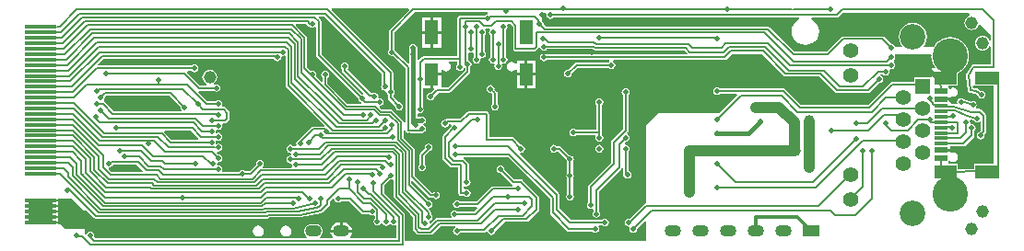
<source format=gbl>
G04*
G04 #@! TF.GenerationSoftware,Altium Limited,Altium Designer,18.1.7 (191)*
G04*
G04 Layer_Physical_Order=2*
G04 Layer_Color=16711680*
%FSLAX44Y44*%
%MOMM*%
G71*
G01*
G75*
%ADD10C,0.2000*%
%ADD12C,0.1500*%
%ADD21R,1.1500X0.6000*%
%ADD22R,1.1500X0.3000*%
%ADD95C,0.3000*%
%ADD96C,0.4000*%
%ADD114O,1.5240X1.1000*%
%ADD115R,1.5000X1.1000*%
%ADD116O,1.5000X1.1000*%
%ADD117R,2.0000X1.2000*%
%ADD118R,2.3000X1.2000*%
%ADD119C,1.3980*%
%ADD120C,2.3550*%
%ADD121C,3.2500*%
%ADD122R,1.3980X1.3980*%
%ADD123C,1.1520*%
%ADD124R,1.2000X2.0000*%
%ADD125R,1.2000X2.3000*%
%ADD126C,0.5080*%
%ADD127C,1.0000*%
%ADD128R,3.0000X0.3500*%
%ADD129C,1.0000*%
%ADD130R,1.5000X3.1000*%
%ADD131R,2.3000X2.1000*%
%ADD132R,16.8000X0.9000*%
G36*
X1038241Y496759D02*
X1037799Y495405D01*
X1036591Y494905D01*
X1035179Y493821D01*
X1034095Y492409D01*
X1033414Y490765D01*
X1033182Y489000D01*
X1033414Y487235D01*
X1034095Y485591D01*
X1035179Y484179D01*
X1036591Y483095D01*
X1038235Y482414D01*
X1040000Y482182D01*
X1041765Y482414D01*
X1043409Y483095D01*
X1044821Y484179D01*
X1045905Y485591D01*
X1046405Y486799D01*
X1047759Y487241D01*
X1057451Y477549D01*
Y472995D01*
X1056181Y472742D01*
X1055905Y473409D01*
X1054821Y474821D01*
X1053409Y475905D01*
X1051765Y476586D01*
X1050000Y476818D01*
X1048235Y476586D01*
X1046591Y475905D01*
X1045179Y474821D01*
X1044095Y473409D01*
X1043414Y471765D01*
X1043182Y470000D01*
X1043414Y468235D01*
X1044095Y466591D01*
X1045179Y465179D01*
X1046591Y464095D01*
X1048235Y463414D01*
X1050000Y463182D01*
X1051765Y463414D01*
X1053409Y464095D01*
X1054821Y465179D01*
X1055905Y466591D01*
X1056181Y467258D01*
X1057451Y467005D01*
Y450549D01*
X1041555D01*
X1041259Y450490D01*
X1040957Y450478D01*
X1040776Y450394D01*
X1040580Y450355D01*
X1040329Y450187D01*
X1040055Y450060D01*
X1039919Y449913D01*
X1039753Y449802D01*
X1039585Y449551D01*
X1039381Y449329D01*
X1034646Y441582D01*
X1034516Y441227D01*
X1034352Y440885D01*
X1034345Y440763D01*
X1034303Y440648D01*
X1034318Y440270D01*
X1034298Y439892D01*
X1036259Y426161D01*
X1036324Y425978D01*
X1036342Y425785D01*
X1036487Y425514D01*
X1036589Y425223D01*
X1036719Y425079D01*
X1036810Y424908D01*
X1037048Y424712D01*
X1037253Y424483D01*
X1037428Y424399D01*
X1037578Y424276D01*
X1037872Y424186D01*
X1038150Y424053D01*
X1038344Y424042D01*
X1038529Y423985D01*
X1043178Y423521D01*
X1045573Y422084D01*
X1045665Y421619D01*
X1046448Y420448D01*
X1047619Y419665D01*
X1049000Y419391D01*
X1050381Y419665D01*
X1051552Y420448D01*
X1052335Y421619D01*
X1052609Y423000D01*
X1052335Y424381D01*
X1051552Y425552D01*
X1050381Y426335D01*
X1049000Y426609D01*
X1048203Y426451D01*
X1045311Y428186D01*
X1045253Y428207D01*
X1045205Y428246D01*
X1044787Y428374D01*
X1044375Y428521D01*
X1044313Y428518D01*
X1044254Y428536D01*
X1041023Y428859D01*
X1040835Y430177D01*
X1041626Y431171D01*
X1041972Y431200D01*
X1060000D01*
Y358800D01*
X1041930D01*
Y354465D01*
X1027732Y354348D01*
X1026830Y355242D01*
Y358800D01*
X1018949D01*
X1018780Y360000D01*
X1018780D01*
Y361380D01*
X1019504Y361728D01*
X1020050Y361860D01*
X1021342Y360997D01*
X1023000Y360667D01*
X1024658Y360997D01*
X1026064Y361936D01*
X1027003Y363342D01*
X1027333Y365000D01*
X1027003Y366658D01*
X1026064Y368064D01*
X1024658Y369003D01*
X1023000Y369333D01*
X1021560Y369047D01*
X1020290Y369712D01*
Y370230D01*
X1012000D01*
Y372770D01*
X1020290D01*
Y374951D01*
X1032500D01*
X1033475Y375145D01*
X1034302Y375698D01*
X1041802Y383198D01*
X1042355Y384025D01*
X1042549Y385000D01*
Y389446D01*
X1042552Y389448D01*
X1043335Y390619D01*
X1043609Y392000D01*
X1043335Y393381D01*
X1042552Y394552D01*
X1041381Y395335D01*
X1040000Y395609D01*
X1039612Y395532D01*
X1038532Y396612D01*
X1038609Y397000D01*
X1038335Y398381D01*
X1038255Y398500D01*
X1039039Y399613D01*
X1042197Y398823D01*
X1042448Y398448D01*
X1043619Y397665D01*
X1045000Y397391D01*
X1046381Y397665D01*
X1047181Y398200D01*
X1048362Y397717D01*
X1048451Y397637D01*
Y390056D01*
X1046757Y388362D01*
X1046619Y388335D01*
X1045448Y387552D01*
X1044665Y386381D01*
X1044391Y385000D01*
X1044665Y383619D01*
X1045448Y382448D01*
X1046619Y381665D01*
X1048000Y381391D01*
X1049381Y381665D01*
X1050552Y382448D01*
X1051335Y383619D01*
X1051609Y385000D01*
X1051443Y385838D01*
X1052802Y387198D01*
X1053355Y388024D01*
X1053549Y389000D01*
Y403000D01*
X1053355Y403975D01*
X1052802Y404802D01*
X1048802Y408802D01*
X1047975Y409355D01*
X1047000Y409549D01*
X1044363D01*
X1044283Y409638D01*
X1043800Y410819D01*
X1044335Y411619D01*
X1044609Y413000D01*
X1044335Y414381D01*
X1043552Y415552D01*
X1042381Y416335D01*
X1041000Y416609D01*
X1039619Y416335D01*
X1039432Y416210D01*
X1032595Y418489D01*
X1032552Y418552D01*
X1031381Y419334D01*
X1030000Y419609D01*
X1028619Y419334D01*
X1027448Y418552D01*
X1026665Y417381D01*
X1026391Y416000D01*
X1026609Y414905D01*
X1026043Y414165D01*
X1025639Y413870D01*
X1023732Y414441D01*
X1023420Y414471D01*
X1023116Y414546D01*
X1020320Y414674D01*
Y417230D01*
X1012030D01*
Y419770D01*
X1020320D01*
Y420268D01*
X1021590Y420947D01*
X1023000Y420667D01*
X1024658Y420997D01*
X1026064Y421936D01*
X1027003Y423342D01*
X1027333Y425000D01*
X1027003Y426658D01*
X1026064Y428064D01*
X1024658Y429003D01*
X1023000Y429333D01*
X1021342Y429003D01*
X1020050Y428140D01*
X1019504Y428272D01*
X1018780Y428620D01*
Y430000D01*
X1018780D01*
X1018949Y431200D01*
X1026830D01*
Y442285D01*
X1026833Y442286D01*
X1029830Y443888D01*
X1032457Y446043D01*
X1034612Y448670D01*
X1036214Y451667D01*
X1037200Y454918D01*
X1037533Y458300D01*
X1037200Y461682D01*
X1036214Y464933D01*
X1034612Y467930D01*
X1032457Y470557D01*
X1029830Y472712D01*
X1026833Y474314D01*
X1023582Y475300D01*
X1020200Y475633D01*
X1016818Y475300D01*
X1013567Y474314D01*
X1010570Y472712D01*
X1007943Y470557D01*
X1005788Y467930D01*
X1005023Y466500D01*
X996237D01*
X995611Y467770D01*
X997059Y469657D01*
X998346Y472765D01*
X998785Y476100D01*
X998346Y479435D01*
X997059Y482543D01*
X995011Y485211D01*
X992343Y487259D01*
X989235Y488546D01*
X985900Y488985D01*
X982565Y488546D01*
X979457Y487259D01*
X976789Y485211D01*
X974741Y482543D01*
X973454Y479435D01*
X973015Y476100D01*
X973454Y472765D01*
X974741Y469657D01*
X976189Y467770D01*
X975563Y466500D01*
X969510D01*
X969335Y467381D01*
X968552Y468552D01*
X967381Y469335D01*
X966000Y469609D01*
X965996Y469609D01*
X959802Y475802D01*
X958976Y476355D01*
X958000Y476549D01*
X957025Y476355D01*
X956933Y476294D01*
X922000D01*
X922000Y476294D01*
X921122Y476119D01*
X920378Y475622D01*
X907050Y462294D01*
X876950D01*
X854622Y484622D01*
X853878Y485119D01*
X853000Y485294D01*
X649311D01*
X646609Y487996D01*
X646609Y488000D01*
X646335Y489381D01*
X645552Y490552D01*
X645000Y490921D01*
Y498000D01*
X648668D01*
X649536Y496730D01*
X649391Y496000D01*
X649665Y494619D01*
X650448Y493448D01*
X651619Y492665D01*
X653000Y492391D01*
X654381Y492665D01*
X655552Y493448D01*
X655554Y493451D01*
X881077D01*
X881329Y492181D01*
X880696Y491919D01*
X878085Y489915D01*
X876081Y487304D01*
X874822Y484263D01*
X874392Y481000D01*
X874822Y477737D01*
X876081Y474696D01*
X878085Y472085D01*
X880696Y470081D01*
X883737Y468822D01*
X887000Y468392D01*
X890263Y468822D01*
X893304Y470081D01*
X895915Y472085D01*
X897919Y474696D01*
X899178Y477737D01*
X899608Y481000D01*
X899178Y484263D01*
X897919Y487304D01*
X895915Y489915D01*
X893304Y491919D01*
X892671Y492181D01*
X892923Y493451D01*
X916000D01*
X916975Y493645D01*
X917802Y494198D01*
X921605Y498000D01*
X1037000D01*
X1038241Y496759D01*
D02*
G37*
G36*
X409706Y458023D02*
Y431000D01*
X409881Y430122D01*
X410378Y429378D01*
X445221Y394534D01*
X445147Y394120D01*
X444666Y393294D01*
X435000D01*
X434122Y393119D01*
X433378Y392622D01*
X422378Y381622D01*
X422273Y381465D01*
X421619Y381335D01*
X420448Y380552D01*
X419665Y379381D01*
X419391Y378000D01*
X419665Y376619D01*
X419702Y376564D01*
X419023Y375294D01*
X416725D01*
X416552Y375552D01*
X415381Y376335D01*
X414000Y376609D01*
X412619Y376335D01*
X411448Y375552D01*
X410665Y374381D01*
X410391Y373000D01*
X410665Y371619D01*
X411448Y370448D01*
X412619Y369665D01*
X414000Y369391D01*
X414129Y369416D01*
X415118Y368545D01*
Y367455D01*
X414129Y366584D01*
X414000Y366609D01*
X412619Y366335D01*
X411448Y365552D01*
X410665Y364381D01*
X410391Y363000D01*
X410665Y361619D01*
X411448Y360448D01*
X412619Y359665D01*
X414000Y359391D01*
X414388Y359468D01*
X415468Y358388D01*
X415391Y358000D01*
X415665Y356619D01*
X415702Y356564D01*
X415023Y355294D01*
X389111D01*
X388764Y356012D01*
X388630Y356564D01*
X389335Y357619D01*
X389609Y359000D01*
X389335Y360381D01*
X388552Y361552D01*
X387381Y362335D01*
X386000Y362609D01*
X384619Y362335D01*
X383448Y361552D01*
X382665Y360381D01*
X382391Y359000D01*
X382557Y358162D01*
X376944Y352549D01*
X372554D01*
X372552Y352552D01*
X371381Y353335D01*
X370000Y353609D01*
X368619Y353335D01*
X367448Y352552D01*
X366777Y351549D01*
X351970D01*
X351374Y352819D01*
X351609Y354000D01*
X351335Y355381D01*
X350552Y356552D01*
X349381Y357335D01*
X348000Y357609D01*
X347612Y357532D01*
X346532Y358612D01*
X346609Y359000D01*
X346532Y359388D01*
X347612Y360468D01*
X348000Y360391D01*
X349381Y360665D01*
X350552Y361448D01*
X351335Y362619D01*
X351609Y364000D01*
X351335Y365381D01*
X350552Y366552D01*
X349381Y367335D01*
X348000Y367609D01*
X347996Y367609D01*
X346479Y369125D01*
X346519Y369390D01*
X347950Y370401D01*
X348000Y370391D01*
X349381Y370665D01*
X350552Y371448D01*
X351335Y372619D01*
X351609Y374000D01*
X351335Y375381D01*
X350552Y376552D01*
X349381Y377335D01*
X348000Y377609D01*
X346619Y377335D01*
X346505Y377259D01*
X345423Y378063D01*
X345609Y379000D01*
X345423Y379937D01*
X346505Y380741D01*
X346619Y380665D01*
X348000Y380391D01*
X349381Y380665D01*
X350552Y381448D01*
X351335Y382619D01*
X351609Y384000D01*
X351335Y385381D01*
X350552Y386552D01*
X349381Y387335D01*
X348000Y387609D01*
X346619Y387335D01*
X346505Y387259D01*
X345423Y388063D01*
X345609Y389000D01*
X345423Y389937D01*
X346505Y390741D01*
X346619Y390665D01*
X348000Y390391D01*
X349381Y390665D01*
X350552Y391448D01*
X351335Y392619D01*
X351609Y394000D01*
X351374Y395181D01*
X351971Y396451D01*
X354000D01*
X354976Y396645D01*
X355802Y397198D01*
X357802Y399198D01*
X358355Y400024D01*
X358549Y401000D01*
Y406000D01*
X358355Y406976D01*
X357802Y407802D01*
X354802Y410802D01*
X353975Y411355D01*
X353000Y411549D01*
X351970D01*
X351374Y412819D01*
X351609Y414000D01*
X351335Y415381D01*
X350552Y416552D01*
X349381Y417335D01*
X348000Y417609D01*
X346619Y417335D01*
X345448Y416552D01*
X345446Y416549D01*
X338056D01*
X329312Y425293D01*
X329937Y426464D01*
X330000Y426451D01*
X343446D01*
X343448Y426448D01*
X344619Y425665D01*
X346000Y425391D01*
X347381Y425665D01*
X348552Y426448D01*
X349335Y427619D01*
X349609Y429000D01*
X349335Y430381D01*
X348552Y431552D01*
X347381Y432335D01*
X346000Y432609D01*
X344619Y432335D01*
X344191Y432048D01*
X344130Y432074D01*
X343961Y433518D01*
X344821Y434179D01*
X345905Y435591D01*
X346586Y437235D01*
X346818Y439000D01*
X346586Y440765D01*
X345905Y442409D01*
X344821Y443821D01*
X343409Y444905D01*
X341765Y445586D01*
X340000Y445818D01*
X338235Y445586D01*
X336591Y444905D01*
X335179Y443821D01*
X334095Y442409D01*
X333414Y440765D01*
X333182Y439000D01*
X333414Y437235D01*
X334095Y435591D01*
X335179Y434179D01*
X336591Y433095D01*
X337258Y432819D01*
X337005Y431549D01*
X331056D01*
X319424Y443181D01*
X319950Y444451D01*
X323446D01*
X323448Y444448D01*
X324619Y443665D01*
X326000Y443391D01*
X327381Y443665D01*
X328552Y444448D01*
X329335Y445619D01*
X329609Y447000D01*
X329335Y448381D01*
X328552Y449552D01*
X327381Y450335D01*
X326000Y450609D01*
X324619Y450335D01*
X323448Y449552D01*
X323446Y449549D01*
X237813D01*
X237327Y450722D01*
X242056Y455451D01*
X398778D01*
X399448Y454448D01*
X400619Y453665D01*
X402000Y453391D01*
X403381Y453665D01*
X404552Y454448D01*
X405335Y455619D01*
X405609Y457000D01*
X405532Y457388D01*
X406612Y458468D01*
X407000Y458391D01*
X408381Y458665D01*
X408436Y458702D01*
X409706Y458023D01*
D02*
G37*
G36*
X595416Y497181D02*
X595000Y496609D01*
X593619Y496335D01*
X592448Y495552D01*
X592446Y495549D01*
X570000D01*
X569025Y495355D01*
X568198Y494802D01*
X567645Y493975D01*
X567451Y493000D01*
Y458549D01*
X537000D01*
X536025Y458355D01*
X535198Y457802D01*
X531839Y454443D01*
X530569Y454969D01*
Y459795D01*
X530609Y460000D01*
X530569Y460205D01*
Y465795D01*
X530609Y466000D01*
X530335Y467381D01*
X529552Y468552D01*
X528381Y469335D01*
X527000Y469609D01*
X525619Y469335D01*
X524448Y468552D01*
X523665Y467381D01*
X523391Y466000D01*
X523431Y465795D01*
Y460205D01*
X523391Y460000D01*
X523431Y459795D01*
Y451833D01*
X522258Y451347D01*
X510362Y463243D01*
X510335Y463381D01*
X509552Y464552D01*
X509549Y464554D01*
Y479944D01*
X528056Y498451D01*
X594899D01*
X595416Y497181D01*
D02*
G37*
G36*
X618706Y485050D02*
Y465000D01*
X618706Y465000D01*
X618881Y464122D01*
X619378Y463378D01*
X620122Y462881D01*
X621000Y462706D01*
X638000D01*
X638878Y462881D01*
X639622Y463378D01*
X641622Y465378D01*
X641784Y465620D01*
X643216D01*
X643378Y465378D01*
X644122Y464881D01*
X644164Y464872D01*
X644448Y464448D01*
X645619Y463665D01*
X647000Y463391D01*
X648381Y463665D01*
X649552Y464448D01*
X649725Y464706D01*
X692050D01*
X692378Y464378D01*
X692378Y464378D01*
X693122Y463881D01*
X694000Y463706D01*
X694000Y463706D01*
X776050D01*
X778937Y460819D01*
X778411Y459549D01*
X649554D01*
X649552Y459552D01*
X648381Y460335D01*
X647000Y460609D01*
X645619Y460335D01*
X644448Y459552D01*
X643665Y458381D01*
X643391Y457000D01*
X643665Y455619D01*
X644448Y454448D01*
X645619Y453665D01*
X647000Y453391D01*
X648381Y453665D01*
X649552Y454448D01*
X649554Y454451D01*
X706773D01*
X707100Y453181D01*
X706399Y452549D01*
X677000D01*
X676025Y452355D01*
X675198Y451802D01*
X669004Y445609D01*
X669000Y445609D01*
X667619Y445335D01*
X666448Y444552D01*
X665665Y443381D01*
X665391Y442000D01*
X665665Y440619D01*
X666448Y439448D01*
X667619Y438665D01*
X669000Y438391D01*
X670381Y438665D01*
X671552Y439448D01*
X672335Y440619D01*
X672609Y442000D01*
X672609Y442004D01*
X678056Y447451D01*
X706446D01*
X706448Y447448D01*
X707619Y446665D01*
X709000Y446391D01*
X710381Y446665D01*
X711552Y447448D01*
X712335Y448619D01*
X712609Y450000D01*
X712335Y451381D01*
X711552Y452552D01*
X710611Y453181D01*
X710762Y454299D01*
X710822Y454451D01*
X813000D01*
X813976Y454645D01*
X814802Y455198D01*
X819605Y460000D01*
X847395D01*
X867198Y440198D01*
X868025Y439645D01*
X869000Y439451D01*
X899944D01*
X914198Y425198D01*
X915024Y424645D01*
X916000Y424451D01*
X945000D01*
X945975Y424645D01*
X946802Y425198D01*
X954996Y433391D01*
X955000Y433391D01*
X956381Y433665D01*
X957552Y434448D01*
X958335Y435619D01*
X958609Y437000D01*
X958335Y438381D01*
X957552Y439552D01*
X956381Y440335D01*
X955872Y440436D01*
X955997Y441706D01*
X958275D01*
X958448Y441448D01*
X959619Y440665D01*
X961000Y440391D01*
X962381Y440665D01*
X963552Y441448D01*
X964335Y442619D01*
X964609Y444000D01*
X964335Y445381D01*
X964259Y445495D01*
X965063Y446577D01*
X966000Y446391D01*
X967381Y446665D01*
X968552Y447448D01*
X969335Y448619D01*
X969609Y450000D01*
X969335Y451381D01*
X968552Y452552D01*
X968277Y452736D01*
Y454264D01*
X968552Y454448D01*
X969335Y455619D01*
X969609Y457000D01*
X969335Y458381D01*
X969102Y458730D01*
X969780Y460000D01*
X1002088D01*
X1002941Y459059D01*
X1002867Y458300D01*
X1003200Y454918D01*
X1004186Y451667D01*
X1005788Y448670D01*
X1006347Y447988D01*
X1005804Y446840D01*
X1003290D01*
Y439653D01*
X1002790Y438590D01*
X986810D01*
Y434549D01*
X967000D01*
X966024Y434355D01*
X965198Y433802D01*
X944944Y413549D01*
X883056D01*
X868802Y427802D01*
X867975Y428355D01*
X867000Y428549D01*
X808554D01*
X808552Y428552D01*
X807381Y429334D01*
X806000Y429609D01*
X804619Y429334D01*
X803448Y428552D01*
X802665Y427381D01*
X802391Y426000D01*
X802665Y424619D01*
X803448Y423448D01*
X804619Y422665D01*
X806000Y422391D01*
X807381Y422665D01*
X808552Y423448D01*
X808554Y423451D01*
X824187D01*
X824673Y422278D01*
X808395Y406000D01*
X752000D01*
X741000Y395000D01*
Y322549D01*
X740024Y322355D01*
X739198Y321802D01*
X725838Y308443D01*
X725000Y308609D01*
X723619Y308335D01*
X722448Y307552D01*
X721665Y306381D01*
X721391Y305000D01*
X721665Y303619D01*
X722448Y302448D01*
X723619Y301665D01*
X724549Y301480D01*
X725059Y301245D01*
X725490Y300193D01*
X725451Y300000D01*
X725520Y299652D01*
X725391Y299000D01*
X725665Y297619D01*
X726448Y296448D01*
X727619Y295665D01*
X729000Y295391D01*
X730381Y295665D01*
X731552Y296448D01*
X732335Y297619D01*
X732609Y299000D01*
X732609Y299004D01*
X739827Y306222D01*
X741000Y305736D01*
Y287750D01*
X519294D01*
Y312000D01*
X519119Y312878D01*
X518622Y313622D01*
X500294Y331950D01*
Y339050D01*
X505695Y344451D01*
X506000Y344391D01*
X507381Y344665D01*
X507436Y344702D01*
X508706Y344023D01*
Y329000D01*
X508881Y328122D01*
X509378Y327378D01*
X526706Y310050D01*
Y299000D01*
X526881Y298122D01*
X527378Y297378D01*
X530378Y294378D01*
X531122Y293881D01*
X532000Y293706D01*
X532000Y293706D01*
X543000D01*
X543878Y293881D01*
X544622Y294378D01*
X551950Y301706D01*
X566003D01*
X566128Y300436D01*
X565619Y300335D01*
X564448Y299552D01*
X563665Y298381D01*
X563391Y297000D01*
X563665Y295619D01*
X564448Y294448D01*
X565619Y293665D01*
X567000Y293391D01*
X568381Y293665D01*
X569552Y294448D01*
X570223Y295451D01*
X592000D01*
X592976Y295645D01*
X593802Y296198D01*
X594180Y296575D01*
X595558Y296157D01*
X595665Y295619D01*
X596448Y294448D01*
X597619Y293665D01*
X599000Y293391D01*
X600381Y293665D01*
X601552Y294448D01*
X602335Y295619D01*
X602609Y297000D01*
X602609Y297004D01*
X611056Y305451D01*
X631000D01*
X631976Y305645D01*
X632802Y306198D01*
X641802Y315198D01*
X642355Y316024D01*
X642549Y317000D01*
Y328000D01*
X642355Y328975D01*
X641802Y329802D01*
X630802Y340802D01*
X630802Y340802D01*
X630802Y340802D01*
X627802Y343802D01*
X626976Y344355D01*
X626000Y344549D01*
X620056D01*
X610609Y353996D01*
X610609Y354000D01*
X610335Y355381D01*
X609552Y356552D01*
X608381Y357335D01*
X607000Y357609D01*
X605619Y357335D01*
X604448Y356552D01*
X603665Y355381D01*
X603391Y354000D01*
X603665Y352619D01*
X604448Y351448D01*
X605619Y350665D01*
X607000Y350391D01*
X607004Y350391D01*
X617198Y340198D01*
X618024Y339645D01*
X618432Y339564D01*
X618307Y338294D01*
X600000D01*
X599122Y338119D01*
X598378Y337622D01*
X585050Y324294D01*
X569725D01*
X569552Y324552D01*
X568381Y325335D01*
X567000Y325609D01*
X565619Y325335D01*
X564448Y324552D01*
X563665Y323381D01*
X563391Y322000D01*
X563665Y320619D01*
X564448Y319448D01*
X565619Y318665D01*
X567000Y318391D01*
X568381Y318665D01*
X569552Y319448D01*
X569725Y319706D01*
X585305D01*
X585831Y318436D01*
X582944Y315549D01*
X567554D01*
X567552Y315552D01*
X566381Y316335D01*
X565000Y316609D01*
X563619Y316335D01*
X562448Y315552D01*
X561665Y314381D01*
X561391Y313000D01*
X561665Y311619D01*
X562370Y310564D01*
X562236Y310012D01*
X561889Y309294D01*
X549000D01*
X549000Y309294D01*
X548122Y309119D01*
X547378Y308622D01*
X543130Y304375D01*
X541834Y304754D01*
X541603Y305491D01*
X542285Y306646D01*
X542381Y306665D01*
X543552Y307448D01*
X544335Y308619D01*
X544609Y310000D01*
X544335Y311381D01*
X543552Y312552D01*
X543294Y312725D01*
Y314000D01*
X543119Y314878D01*
X542622Y315622D01*
X541062Y317182D01*
X541542Y318498D01*
X542381Y318665D01*
X543552Y319448D01*
X544335Y320619D01*
X544609Y322000D01*
X544335Y323381D01*
X543552Y324552D01*
X542381Y325335D01*
X541000Y325609D01*
X540695Y325549D01*
X525294Y340950D01*
Y342802D01*
X526467Y343288D01*
X541378Y328378D01*
X542122Y327881D01*
X543000Y327706D01*
X545275D01*
X545448Y327448D01*
X546619Y326665D01*
X548000Y326391D01*
X549381Y326665D01*
X550552Y327448D01*
X551335Y328619D01*
X551609Y330000D01*
X551335Y331381D01*
X550552Y332552D01*
X549381Y333335D01*
X548000Y333609D01*
X546619Y333335D01*
X545448Y332552D01*
X545275Y332294D01*
X543950D01*
X528294Y347950D01*
Y372000D01*
X528119Y372878D01*
X527622Y373622D01*
X518294Y382950D01*
Y389307D01*
X519564Y389432D01*
X519645Y389025D01*
X520198Y388198D01*
X521025Y387645D01*
X522000Y387451D01*
X534000D01*
X534348Y387520D01*
X535000Y387391D01*
X536381Y387665D01*
X537552Y388448D01*
X538335Y389619D01*
X538609Y391000D01*
X538335Y392381D01*
X537552Y393552D01*
X536381Y394335D01*
X536291Y394353D01*
Y395647D01*
X536381Y395665D01*
X537552Y396448D01*
X538335Y397619D01*
X538609Y399000D01*
X538335Y400381D01*
X537552Y401552D01*
X536381Y402335D01*
X535000Y402609D01*
X533898Y402390D01*
X533000Y402569D01*
X530569D01*
Y404956D01*
X531839Y405622D01*
X533000Y405391D01*
X534381Y405665D01*
X535552Y406448D01*
X536335Y407619D01*
X536609Y409000D01*
X536335Y410381D01*
X535552Y411552D01*
X535549Y411554D01*
Y428860D01*
X542730D01*
Y441400D01*
X544000D01*
Y442670D01*
X552540D01*
Y445758D01*
X553810Y446143D01*
X554236Y445506D01*
X555642Y444566D01*
X557300Y444237D01*
X558958Y444566D01*
X560364Y445506D01*
X561303Y446912D01*
X561633Y448570D01*
X561303Y450228D01*
X560364Y451634D01*
X559546Y452181D01*
X559931Y453451D01*
X567451D01*
Y450554D01*
X567448Y450552D01*
X566665Y449381D01*
X566391Y448000D01*
X566665Y446619D01*
X567448Y445448D01*
X568619Y444665D01*
X570000Y444391D01*
X571381Y444665D01*
X572552Y445448D01*
X573335Y446619D01*
X573436Y447128D01*
X574706Y447003D01*
Y444950D01*
X559050Y429294D01*
X552540D01*
Y440130D01*
X545270D01*
Y428860D01*
X545820D01*
X546346Y427590D01*
X543304Y424549D01*
X543000Y424609D01*
X541619Y424335D01*
X540448Y423552D01*
X539665Y422381D01*
X539391Y421000D01*
X539665Y419619D01*
X540448Y418448D01*
X541619Y417665D01*
X543000Y417391D01*
X544381Y417665D01*
X545552Y418448D01*
X546335Y419619D01*
X546609Y421000D01*
X546549Y421305D01*
X549950Y424706D01*
X560000D01*
X560878Y424881D01*
X561622Y425378D01*
X578622Y442378D01*
X578622Y442378D01*
X579119Y443122D01*
X579294Y444000D01*
Y448275D01*
X579552Y448448D01*
X580335Y449619D01*
X580609Y451000D01*
X580335Y452381D01*
X579552Y453552D01*
X578381Y454335D01*
X577294Y454551D01*
Y461023D01*
X578564Y461702D01*
X578619Y461665D01*
X580000Y461391D01*
X581381Y461665D01*
X581436Y461702D01*
X582706Y461023D01*
Y457725D01*
X582448Y457552D01*
X581665Y456381D01*
X581391Y455000D01*
X581665Y453619D01*
X582448Y452448D01*
X583619Y451665D01*
X585000Y451391D01*
X586381Y451665D01*
X587552Y452448D01*
X588335Y453619D01*
X588609Y455000D01*
X588532Y455388D01*
X589612Y456468D01*
X590000Y456391D01*
X591381Y456665D01*
X592552Y457448D01*
X593335Y458619D01*
X593609Y460000D01*
X593335Y461381D01*
X592552Y462552D01*
X592549Y462554D01*
Y477446D01*
X592552Y477448D01*
X593335Y478619D01*
X593609Y480000D01*
X593335Y481381D01*
X592630Y482436D01*
X592764Y482989D01*
X593111Y483706D01*
X596889D01*
X597236Y482989D01*
X597370Y482436D01*
X596665Y481381D01*
X596391Y480000D01*
X596665Y478619D01*
X597448Y477448D01*
X597451Y477446D01*
Y457554D01*
X597448Y457552D01*
X596665Y456381D01*
X596391Y455000D01*
X596665Y453619D01*
X597448Y452448D01*
X598619Y451665D01*
X600000Y451391D01*
X600937Y451577D01*
X601741Y450495D01*
X601665Y450381D01*
X601391Y449000D01*
X601665Y447619D01*
X602448Y446448D01*
X603619Y445665D01*
X605000Y445391D01*
X606381Y445665D01*
X607552Y446448D01*
X608335Y447619D01*
X608609Y449000D01*
X608335Y450381D01*
X608259Y450495D01*
X609063Y451577D01*
X610000Y451391D01*
X611381Y451665D01*
X612552Y452448D01*
X613335Y453619D01*
X613609Y455000D01*
X613335Y456381D01*
X612552Y457552D01*
X612549Y457554D01*
Y482446D01*
X612552Y482448D01*
X613335Y483619D01*
X613609Y485000D01*
X613335Y486381D01*
X613298Y486436D01*
X613977Y487706D01*
X616050D01*
X618706Y485050D01*
D02*
G37*
G36*
X430198Y486198D02*
X431025Y485645D01*
X431361Y485578D01*
X431448Y485448D01*
X432619Y484665D01*
X434000Y484391D01*
X435381Y484665D01*
X436181Y485200D01*
X437362Y484717D01*
X437451Y484637D01*
Y459000D01*
X437645Y458024D01*
X438198Y457198D01*
X476391Y419004D01*
X476391Y419000D01*
X476665Y417619D01*
X477448Y416448D01*
X478619Y415665D01*
X479128Y415564D01*
X479003Y414294D01*
X466950D01*
X448294Y432950D01*
Y438275D01*
X448552Y438448D01*
X449335Y439619D01*
X449609Y441000D01*
X449335Y442381D01*
X448552Y443552D01*
X447381Y444335D01*
X446000Y444609D01*
X444619Y444335D01*
X443448Y443552D01*
X442665Y442381D01*
X442391Y441000D01*
X442665Y439619D01*
X443448Y438448D01*
X443706Y438275D01*
Y435198D01*
X442533Y434712D01*
X437383Y439861D01*
X437609Y441000D01*
X437335Y442381D01*
X436552Y443552D01*
X435381Y444335D01*
X434000Y444609D01*
X432861Y444383D01*
X429294Y447950D01*
Y475000D01*
X429119Y475878D01*
X428622Y476622D01*
X428622Y476622D01*
X418823Y486422D01*
X419309Y487595D01*
X428800D01*
X430198Y486198D01*
D02*
G37*
G36*
X522736Y502000D02*
X523222Y500827D01*
X505198Y482802D01*
X504645Y481976D01*
X504451Y481000D01*
Y464554D01*
X504448Y464552D01*
X503665Y463381D01*
X503391Y462000D01*
X503665Y460619D01*
X504448Y459448D01*
X505619Y458665D01*
X507000Y458391D01*
X507838Y458557D01*
X519451Y446944D01*
Y397693D01*
X518181Y397568D01*
X518119Y397878D01*
X517622Y398622D01*
X507622Y408622D01*
X506878Y409119D01*
X506000Y409294D01*
X497950D01*
X496062Y411182D01*
X496542Y412499D01*
X497381Y412665D01*
X498552Y413448D01*
X499335Y414619D01*
X499609Y416000D01*
X499335Y417381D01*
X498552Y418552D01*
X497381Y419335D01*
X496000Y419609D01*
X495736Y419557D01*
X495262Y420077D01*
X494886Y420683D01*
X495049Y421500D01*
X494855Y422475D01*
X494302Y423302D01*
X493802Y423802D01*
X492975Y424355D01*
X492000Y424549D01*
X491304D01*
X491000Y424609D01*
X490696Y424549D01*
X488056D01*
X467222Y445383D01*
X466552Y446448D01*
X467335Y447619D01*
X467609Y449000D01*
X467335Y450381D01*
X466552Y451552D01*
X465381Y452335D01*
X464000Y452609D01*
X462619Y452335D01*
X461448Y451552D01*
X460665Y450381D01*
X460391Y449000D01*
X460665Y447619D01*
X461448Y446448D01*
X461451Y446446D01*
Y445000D01*
X461645Y444025D01*
X462198Y443198D01*
X481521Y423875D01*
X481481Y423610D01*
X480050Y422599D01*
X480000Y422609D01*
X479996Y422609D01*
X442549Y460056D01*
Y490000D01*
X442355Y490975D01*
X441802Y491802D01*
X440135Y493470D01*
X440621Y494643D01*
X444752D01*
X497451Y441944D01*
Y430303D01*
X497391Y430000D01*
X497451Y429697D01*
Y429000D01*
X497645Y428025D01*
X498198Y427198D01*
X499025Y426645D01*
X500000Y426451D01*
X500348Y426520D01*
X501000Y426391D01*
X501388Y426468D01*
X502468Y425388D01*
X502391Y425000D01*
X502665Y423619D01*
X503448Y422448D01*
X503451Y422446D01*
Y420000D01*
X503645Y419025D01*
X504198Y418198D01*
X510391Y412004D01*
X510391Y412000D01*
X510665Y410619D01*
X511448Y409448D01*
X512619Y408665D01*
X514000Y408391D01*
X515381Y408665D01*
X516552Y409448D01*
X517335Y410619D01*
X517609Y412000D01*
X517335Y413381D01*
X516552Y414552D01*
X515381Y415335D01*
X514000Y415609D01*
X513996Y415609D01*
X508549Y421056D01*
Y422446D01*
X508552Y422448D01*
X509335Y423619D01*
X509609Y425000D01*
X509335Y426381D01*
X508552Y427552D01*
X508549Y427554D01*
Y443000D01*
X508355Y443975D01*
X507802Y444802D01*
X451778Y500827D01*
X452264Y502000D01*
X522736Y502000D01*
D02*
G37*
G36*
X313391Y411004D02*
X313391Y411000D01*
X313665Y409619D01*
X314200Y408819D01*
X313717Y407638D01*
X313637Y407549D01*
X252056D01*
X243802Y415802D01*
X243089Y416279D01*
X242920Y416646D01*
X242721Y417701D01*
X243335Y418619D01*
X243609Y420000D01*
X243609Y420004D01*
X245056Y421451D01*
X302944D01*
X313391Y411004D01*
D02*
G37*
G36*
X329576Y382819D02*
X329050Y381549D01*
X305056D01*
X298424Y388181D01*
X298950Y389451D01*
X322944D01*
X329576Y382819D01*
D02*
G37*
G36*
X278928Y352467D02*
X278442Y351294D01*
X249950D01*
X247062Y354182D01*
X247542Y355499D01*
X248381Y355665D01*
X249552Y356448D01*
X250335Y357619D01*
X250362Y357757D01*
X251056Y358451D01*
X272944D01*
X278928Y352467D01*
D02*
G37*
G36*
X225000Y315000D02*
Y316096D01*
X226173Y316582D01*
X233378Y309378D01*
X234122Y308881D01*
X235000Y308706D01*
X393000D01*
X393878Y308881D01*
X394622Y309378D01*
X394950Y309706D01*
X423000D01*
X423234Y309753D01*
X423473Y309755D01*
X442473Y313755D01*
X442669Y313839D01*
X442878Y313881D01*
X443076Y314013D01*
X443296Y314107D01*
X443445Y314259D01*
X443622Y314378D01*
X449622Y320378D01*
X449622Y320378D01*
X450119Y321122D01*
X450294Y322000D01*
X450294Y322000D01*
Y324050D01*
X453182Y326938D01*
X454498Y326458D01*
X454665Y325619D01*
X455448Y324448D01*
X456619Y323665D01*
X458000Y323391D01*
X459381Y323665D01*
X460552Y324448D01*
X460554Y324451D01*
X467944D01*
X479198Y313198D01*
X480025Y312645D01*
X481000Y312451D01*
X486446D01*
X486448Y312448D01*
X487619Y311665D01*
X489000Y311391D01*
X490381Y311665D01*
X490436Y311702D01*
X491706Y311023D01*
Y308725D01*
X491448Y308552D01*
X490665Y307381D01*
X490391Y306000D01*
X490665Y304619D01*
X491448Y303448D01*
X492619Y302665D01*
X494000Y302391D01*
X495381Y302665D01*
X496552Y303448D01*
X497286Y304545D01*
X497598Y304585D01*
X498598Y304459D01*
X498665Y304119D01*
X499448Y302948D01*
X500619Y302165D01*
X502000Y301891D01*
X503381Y302165D01*
X504552Y302948D01*
X504903Y303473D01*
X506409Y303506D01*
X506448Y303448D01*
X507619Y302665D01*
X509000Y302391D01*
X510381Y302665D01*
X510436Y302702D01*
X511706Y302023D01*
Y290294D01*
X469198D01*
X468763Y291564D01*
X469823Y292945D01*
X470633Y294901D01*
X470742Y295730D01*
X450858D01*
X450967Y294901D01*
X451777Y292945D01*
X452837Y291564D01*
X452402Y290294D01*
X441494D01*
X441113Y291564D01*
X442156Y292364D01*
X443198Y293722D01*
X443853Y295303D01*
X444076Y297000D01*
X443853Y298697D01*
X443198Y300278D01*
X442156Y301636D01*
X440798Y302678D01*
X439217Y303333D01*
X437520Y303556D01*
X433280D01*
X431583Y303333D01*
X430002Y302678D01*
X428644Y301636D01*
X427602Y300278D01*
X426947Y298697D01*
X426724Y297000D01*
X426947Y295303D01*
X427602Y293722D01*
X428644Y292364D01*
X429687Y291564D01*
X429306Y290294D01*
X234950Y290294D01*
X233383Y291861D01*
X233609Y293000D01*
X233335Y294381D01*
X232552Y295552D01*
X231381Y296335D01*
X230000Y296609D01*
X228619Y296335D01*
X227448Y295552D01*
X226825Y294620D01*
X226122Y294277D01*
X225319Y294124D01*
X225000Y294348D01*
Y299000D01*
X207000Y299000D01*
X203000Y303000D01*
X201000D01*
Y327000D01*
X213000D01*
X225000Y315000D01*
D02*
G37*
%LPC*%
G36*
X552540Y494040D02*
X545270D01*
Y481270D01*
X552540D01*
Y494040D01*
D02*
G37*
G36*
X542730D02*
X535460D01*
Y481270D01*
X542730D01*
Y494040D01*
D02*
G37*
G36*
X552540Y478730D02*
X545270D01*
Y465960D01*
X552540D01*
Y478730D01*
D02*
G37*
G36*
X542730D02*
X535460D01*
Y465960D01*
X542730D01*
Y478730D01*
D02*
G37*
G36*
X629230Y453940D02*
X621960D01*
Y451532D01*
X620690Y451146D01*
X620364Y451634D01*
X618958Y452573D01*
X617300Y452903D01*
X615642Y452573D01*
X614236Y451634D01*
X613297Y450228D01*
X612967Y448570D01*
X613297Y446912D01*
X614236Y445506D01*
X615642Y444566D01*
X617300Y444237D01*
X618958Y444566D01*
X620364Y445506D01*
X620690Y445994D01*
X621960Y445608D01*
Y442670D01*
X629230D01*
Y453940D01*
D02*
G37*
G36*
X639040D02*
X631770D01*
Y442670D01*
X639040D01*
Y453940D01*
D02*
G37*
G36*
Y440130D02*
X631770D01*
Y428860D01*
X639040D01*
Y440130D01*
D02*
G37*
G36*
X629230D02*
X621960D01*
Y428860D01*
X629230D01*
Y440130D01*
D02*
G37*
G36*
X598000Y431609D02*
X596619Y431335D01*
X595448Y430552D01*
X594665Y429381D01*
X594391Y428000D01*
X594665Y426619D01*
X594831Y426371D01*
X594881Y426122D01*
X595378Y425378D01*
X596122Y424881D01*
X596371Y424831D01*
X596619Y424665D01*
X598000Y424391D01*
X598304Y424451D01*
X599706Y423050D01*
Y414725D01*
X599448Y414552D01*
X598665Y413381D01*
X598391Y412000D01*
X598665Y410619D01*
X599448Y409448D01*
X600619Y408665D01*
X602000Y408391D01*
X603381Y408665D01*
X604552Y409448D01*
X605335Y410619D01*
X605609Y412000D01*
X605335Y413381D01*
X604552Y414552D01*
X604294Y414725D01*
Y424000D01*
X604119Y424878D01*
X603622Y425622D01*
X601549Y427696D01*
X601609Y428000D01*
X601335Y429381D01*
X600552Y430552D01*
X599381Y431335D01*
X598000Y431609D01*
D02*
G37*
G36*
X594000Y407549D02*
X578000D01*
X577025Y407355D01*
X576198Y406802D01*
X569944Y400549D01*
X558000D01*
X557024Y400355D01*
X556198Y399802D01*
X556004Y399609D01*
X556000Y399609D01*
X554619Y399335D01*
X553448Y398552D01*
X552665Y397381D01*
X552391Y396000D01*
X552665Y394619D01*
X553448Y393448D01*
X554619Y392665D01*
X556000Y392391D01*
X557381Y392665D01*
X558552Y393448D01*
X559335Y394619D01*
X559500Y395451D01*
X561637D01*
X561717Y395362D01*
X562200Y394181D01*
X561665Y393381D01*
X561638Y393243D01*
X554198Y385802D01*
X553645Y384976D01*
X553451Y384000D01*
Y364000D01*
X553645Y363024D01*
X554198Y362198D01*
X560198Y356198D01*
X561025Y355645D01*
X562000Y355451D01*
X568451D01*
Y332000D01*
X568645Y331025D01*
X569198Y330198D01*
X570025Y329645D01*
X571000Y329451D01*
X573446D01*
X573448Y329448D01*
X574619Y328665D01*
X576000Y328391D01*
X577381Y328665D01*
X578552Y329448D01*
X579335Y330619D01*
X579609Y332000D01*
X579335Y333381D01*
X578552Y334552D01*
X577381Y335335D01*
X576000Y335609D01*
X574819Y335374D01*
X573549Y335971D01*
Y338029D01*
X574819Y338626D01*
X576000Y338391D01*
X577381Y338665D01*
X578552Y339448D01*
X579335Y340619D01*
X579609Y342000D01*
X579335Y343381D01*
X578552Y344552D01*
X578549Y344554D01*
Y358000D01*
X578549Y358000D01*
X578355Y358975D01*
X577803Y359802D01*
X573802Y363802D01*
X573236Y364181D01*
X573479Y365451D01*
X613944D01*
X652451Y326944D01*
Y314000D01*
X652645Y313025D01*
X653198Y312198D01*
X668198Y297198D01*
X669025Y296645D01*
X670000Y296451D01*
X691446D01*
X691448Y296448D01*
X692619Y295665D01*
X694000Y295391D01*
X695381Y295665D01*
X696552Y296448D01*
X697335Y297619D01*
X697609Y299000D01*
X697335Y300381D01*
X696800Y301181D01*
X697283Y302362D01*
X697363Y302451D01*
X700446D01*
X700448Y302448D01*
X701619Y301665D01*
X703000Y301391D01*
X704381Y301665D01*
X705552Y302448D01*
X706335Y303619D01*
X706609Y305000D01*
X706335Y306381D01*
X705552Y307552D01*
X704381Y308335D01*
X703000Y308609D01*
X701619Y308335D01*
X700448Y307552D01*
X700446Y307549D01*
X672056D01*
X661549Y318056D01*
Y330000D01*
X661355Y330975D01*
X660802Y331802D01*
X624479Y368125D01*
X624519Y368390D01*
X625950Y369401D01*
X626000Y369391D01*
X627381Y369665D01*
X628552Y370448D01*
X629335Y371619D01*
X629609Y373000D01*
X629335Y374381D01*
X628552Y375552D01*
X627381Y376335D01*
X626000Y376609D01*
X625996Y376609D01*
X619802Y382802D01*
X618975Y383355D01*
X618000Y383549D01*
X596549D01*
Y405000D01*
X596355Y405975D01*
X595802Y406802D01*
X595802D01*
X594975Y407355D01*
X594000Y407549D01*
D02*
G37*
G36*
X698000Y419609D02*
X696619Y419335D01*
X695448Y418552D01*
X694665Y417381D01*
X694391Y416000D01*
X694665Y414619D01*
X695448Y413448D01*
X695451Y413446D01*
Y390549D01*
X676554D01*
X676552Y390552D01*
X675381Y391334D01*
X674000Y391609D01*
X672619Y391334D01*
X671448Y390552D01*
X670665Y389381D01*
X670391Y388000D01*
X670665Y386619D01*
X671448Y385448D01*
X672619Y384665D01*
X674000Y384391D01*
X675381Y384665D01*
X676552Y385448D01*
X676554Y385451D01*
X694029D01*
X694626Y384181D01*
X694391Y383000D01*
X694665Y381619D01*
X695448Y380448D01*
X696619Y379665D01*
X698000Y379391D01*
X699381Y379665D01*
X700552Y380448D01*
X701335Y381619D01*
X701609Y383000D01*
X701335Y384381D01*
X700552Y385552D01*
X700549Y385554D01*
Y388000D01*
Y413446D01*
X700552Y413448D01*
X701335Y414619D01*
X701609Y416000D01*
X701335Y417381D01*
X700552Y418552D01*
X699381Y419335D01*
X698000Y419609D01*
D02*
G37*
G36*
X722000Y428609D02*
X720619Y428335D01*
X719448Y427552D01*
X718665Y426381D01*
X718391Y425000D01*
X718665Y423619D01*
X719448Y422448D01*
X719451Y422446D01*
Y391056D01*
X709198Y380802D01*
X708645Y379976D01*
X708451Y379000D01*
Y360056D01*
X688198Y339802D01*
X687645Y338975D01*
X687451Y338000D01*
Y323554D01*
X687448Y323552D01*
X686665Y322381D01*
X686391Y321000D01*
X686665Y319619D01*
X687448Y318448D01*
X688619Y317665D01*
X690000Y317391D01*
X691181Y317626D01*
X692451Y317029D01*
Y315554D01*
X692448Y315552D01*
X691665Y314381D01*
X691391Y313000D01*
X691665Y311619D01*
X692448Y310448D01*
X693619Y309665D01*
X695000Y309391D01*
X696381Y309665D01*
X697552Y310448D01*
X698335Y311619D01*
X698609Y313000D01*
X698335Y314381D01*
X697552Y315552D01*
X697549Y315554D01*
Y330000D01*
Y333944D01*
X717802Y354198D01*
X718181Y354764D01*
X719451Y354521D01*
Y349000D01*
X719645Y348025D01*
X720198Y347198D01*
X720198Y347197D01*
X721025Y346645D01*
X721361Y346578D01*
X721448Y346448D01*
X722619Y345665D01*
X724000Y345391D01*
X725381Y345665D01*
X726552Y346448D01*
X727335Y347619D01*
X727609Y349000D01*
X727335Y350381D01*
X726552Y351552D01*
X725381Y352335D01*
X724549Y352500D01*
Y370446D01*
X724552Y370448D01*
X725335Y371619D01*
X725609Y373000D01*
X725335Y374381D01*
X724552Y375552D01*
X723381Y376335D01*
X722000Y376609D01*
X721950Y376599D01*
X720519Y377610D01*
X720479Y377874D01*
X721996Y379391D01*
X722000Y379391D01*
X723381Y379665D01*
X724552Y380448D01*
X725335Y381619D01*
X725609Y383000D01*
X725335Y384381D01*
X724552Y385552D01*
X723594Y386193D01*
X723176Y387572D01*
X723802Y388198D01*
X724355Y389025D01*
X724549Y390000D01*
Y422445D01*
X724552Y422448D01*
X725335Y423619D01*
X725609Y425000D01*
X725335Y426381D01*
X724552Y427552D01*
X723381Y428335D01*
X722000Y428609D01*
D02*
G37*
G36*
X698000Y376609D02*
X696619Y376335D01*
X695448Y375552D01*
X694665Y374381D01*
X694391Y373000D01*
X694665Y371619D01*
X695448Y370448D01*
X696619Y369665D01*
X698000Y369391D01*
X699381Y369665D01*
X700552Y370448D01*
X701335Y371619D01*
X701609Y373000D01*
X701335Y374381D01*
X700552Y375552D01*
X699381Y376335D01*
X698000Y376609D01*
D02*
G37*
G36*
X541000Y377609D02*
X539619Y377335D01*
X538448Y376552D01*
X537665Y375381D01*
X537391Y374000D01*
X537557Y373162D01*
X533198Y368802D01*
X532645Y367975D01*
X532451Y367000D01*
Y358554D01*
X532448Y358552D01*
X531665Y357381D01*
X531391Y356000D01*
X531665Y354619D01*
X532448Y353448D01*
X533619Y352665D01*
X535000Y352391D01*
X536381Y352665D01*
X537552Y353448D01*
X538335Y354619D01*
X538609Y356000D01*
X538335Y357381D01*
X537552Y358552D01*
X537549Y358554D01*
Y365944D01*
X542243Y370638D01*
X542381Y370665D01*
X543552Y371448D01*
X544335Y372619D01*
X544609Y374000D01*
X544335Y375381D01*
X543552Y376552D01*
X542381Y377335D01*
X541000Y377609D01*
D02*
G37*
G36*
X656000Y376609D02*
X654619Y376335D01*
X653448Y375552D01*
X652665Y374381D01*
X652391Y373000D01*
X652665Y371619D01*
X653448Y370448D01*
X654619Y369665D01*
X656000Y369391D01*
X657381Y369665D01*
X658552Y370448D01*
X658554Y370451D01*
X659944D01*
X667392Y363004D01*
X667391Y363000D01*
X667665Y361619D01*
X668448Y360448D01*
X668451Y360446D01*
Y350554D01*
X668448Y350552D01*
X667665Y349381D01*
X667391Y348000D01*
X667665Y346619D01*
X668448Y345448D01*
X668451Y345446D01*
Y331554D01*
X668448Y331552D01*
X667665Y330381D01*
X667391Y329000D01*
X667665Y327619D01*
X668448Y326448D01*
X669619Y325665D01*
X671000Y325391D01*
X672381Y325665D01*
X673552Y326448D01*
X674335Y327619D01*
X674609Y329000D01*
X674335Y330381D01*
X673552Y331552D01*
X673549Y331554D01*
Y345446D01*
X673552Y345448D01*
X674335Y346619D01*
X674609Y348000D01*
X674335Y349381D01*
X673552Y350552D01*
X673549Y350554D01*
Y360446D01*
X673552Y360448D01*
X674335Y361619D01*
X674609Y363000D01*
X674335Y364381D01*
X673552Y365552D01*
X672381Y366334D01*
X671000Y366609D01*
X670996Y366609D01*
X662802Y374802D01*
X661975Y375355D01*
X661000Y375549D01*
X658554D01*
X658552Y375552D01*
X657381Y376335D01*
X656000Y376609D01*
D02*
G37*
G36*
X462800Y305109D02*
X462070D01*
Y298270D01*
X470742D01*
X470633Y299099D01*
X469823Y301055D01*
X468534Y302734D01*
X466855Y304023D01*
X464899Y304833D01*
X462800Y305109D01*
D02*
G37*
G36*
X459530D02*
X458800D01*
X456701Y304833D01*
X454745Y304023D01*
X453066Y302734D01*
X451777Y301055D01*
X450967Y299099D01*
X450858Y298270D01*
X459530D01*
Y305109D01*
D02*
G37*
G36*
X410000Y302098D02*
X408049Y301710D01*
X406395Y300605D01*
X405290Y298951D01*
X404902Y297000D01*
X405290Y295049D01*
X406395Y293395D01*
X408049Y292290D01*
X410000Y291902D01*
X411951Y292290D01*
X413605Y293395D01*
X414710Y295049D01*
X415098Y297000D01*
X414710Y298951D01*
X413605Y300605D01*
X411951Y301710D01*
X410000Y302098D01*
D02*
G37*
G36*
X384600D02*
X382649Y301710D01*
X380995Y300605D01*
X379890Y298951D01*
X379502Y297000D01*
X379890Y295049D01*
X380995Y293395D01*
X382649Y292290D01*
X384600Y291902D01*
X386551Y292290D01*
X388205Y293395D01*
X389310Y295049D01*
X389698Y297000D01*
X389310Y298951D01*
X388205Y300605D01*
X386551Y301710D01*
X384600Y302098D01*
D02*
G37*
%LPD*%
D10*
X725000Y304000D02*
X731000Y310000D01*
X614000Y375000D02*
X659000Y330000D01*
Y317000D02*
Y330000D01*
Y317000D02*
X671000Y305000D01*
X728000Y300000D02*
X730000D01*
X615000Y368000D02*
X655000Y328000D01*
Y314000D02*
Y328000D01*
Y314000D02*
X670000Y299000D01*
X671000Y305000D02*
X703000D01*
X670000Y299000D02*
X694000D01*
X566000Y368000D02*
X615000D01*
X566000Y375000D02*
X614000D01*
X626000Y373000D02*
Y373000D01*
X618000Y381000D02*
X626000Y373000D01*
X594000Y381000D02*
X618000D01*
X638000Y495000D02*
X642000Y491000D01*
X597000Y495000D02*
X638000D01*
X595000Y493000D02*
X597000Y495000D01*
X929000Y440200D02*
Y443000D01*
X527000Y501000D02*
X664000D01*
X928000Y326000D02*
X940000Y338000D01*
X535000Y367000D02*
X541000Y373000D01*
X535000Y356000D02*
Y367000D01*
X514000Y412000D02*
X515000D01*
X1012000Y393000D02*
X1022000D01*
X514000Y411000D02*
Y412000D01*
Y411000D02*
X515000Y412000D01*
X506000Y420000D02*
X514000Y412000D01*
X506000Y420000D02*
Y425000D01*
X492000Y422000D02*
X492500Y421500D01*
X487000Y422000D02*
X492000D01*
X649000Y491000D02*
X659000D01*
X1012030Y418500D02*
X1025500D01*
X580000Y465000D02*
Y480000D01*
X1000000Y400000D02*
X1002500Y397500D01*
X500000Y429000D02*
Y443000D01*
X570000Y493000D02*
X595000D01*
X570000Y456000D02*
Y493000D01*
X600000Y455000D02*
Y480000D01*
X590000Y460000D02*
Y480000D01*
X1015831Y351700D02*
X1052000Y352000D01*
X1015830Y351700D02*
X1015831D01*
X531000Y349000D02*
X544000Y336000D01*
X462000Y461000D02*
X463000Y462000D01*
X340000Y453000D02*
X342000Y451000D01*
X306000Y453000D02*
X340000D01*
X626000Y342000D02*
X629000Y339000D01*
X619000Y342000D02*
X626000D01*
X607000Y354000D02*
X619000Y342000D01*
X629000Y339000D02*
X640000Y328000D01*
X629000Y339000D02*
Y339000D01*
X571000Y398000D02*
X578000Y405000D01*
X558000Y398000D02*
X571000D01*
X556000Y396000D02*
X558000Y398000D01*
X578000Y405000D02*
X594000D01*
X594000Y405000D01*
Y381000D02*
Y405000D01*
X564000Y392000D02*
X565000D01*
X556000Y384000D02*
X564000Y392000D01*
X556000Y364000D02*
Y384000D01*
X581000Y400000D02*
X586000D01*
X721000Y425000D02*
X722000Y424000D01*
X698000Y388000D02*
X698000D01*
X674000D02*
X698000D01*
X673000D02*
X674000D01*
X698000D02*
Y388000D01*
Y383000D02*
Y388000D01*
X610000Y308000D02*
X631000D01*
X599000Y297000D02*
X610000Y308000D01*
X567000Y297000D02*
X568000Y298000D01*
X592000D01*
X605000Y311000D01*
X566000Y313000D02*
X584000D01*
X600000Y329000D01*
X614000D01*
X600000Y342000D02*
X608000D01*
X585000Y327000D02*
X600000Y342000D01*
X567000Y327000D02*
X585000D01*
X631000Y308000D02*
X640000Y317000D01*
Y328000D01*
X566000Y347000D02*
X566000D01*
X605000Y311000D02*
X627000D01*
X636000Y320000D01*
Y326000D01*
X633000Y329000D02*
X636000Y326000D01*
X614000Y329000D02*
X633000D01*
X566000Y328000D02*
X567000Y327000D01*
X571000Y332000D02*
Y358000D01*
Y332000D02*
X576000D01*
Y342000D02*
Y358000D01*
X576000Y358000D01*
X556000Y364000D02*
X562000Y358000D01*
X571000D01*
X572000Y362000D02*
X576000Y358000D01*
X564000Y362000D02*
X572000D01*
X560000Y366000D02*
X564000Y362000D01*
X560000Y366000D02*
Y379000D01*
X581000Y400000D01*
X544000Y336000D02*
Y337000D01*
X695000Y335000D02*
X716000Y356000D01*
X690000Y338000D02*
X711000Y359000D01*
X690000Y321000D02*
Y338000D01*
X695000Y330000D02*
Y335000D01*
Y313000D02*
Y330000D01*
X695000Y330000D02*
X695000Y330000D01*
X722000Y390000D02*
Y424000D01*
X716000Y377000D02*
X722000Y383000D01*
X716000Y356000D02*
Y377000D01*
X1001000Y420000D02*
X1001677Y418815D01*
X1005000Y413000D01*
X483000Y416000D02*
X496000D01*
X480000Y419000D02*
X483000Y416000D01*
X491000Y421000D02*
X492000D01*
X848000Y463000D02*
X869000Y442000D01*
X819000Y463000D02*
X848000D01*
X664000Y501000D02*
X665000Y502000D01*
X507000Y481000D02*
X527000Y501000D01*
X666000D02*
X815000D01*
X665000Y502000D02*
X666000Y501000D01*
X746000Y316000D02*
X910000D01*
X730000Y300000D02*
X746000Y316000D01*
X436332Y493668D02*
X440000Y490000D01*
Y459000D02*
Y490000D01*
Y459000D02*
X480000Y419000D01*
X227000Y432000D02*
X293000D01*
X215000Y420000D02*
X227000Y432000D01*
X185750Y420000D02*
X215000D01*
X236000Y447000D02*
X326000D01*
X214000Y425000D02*
X236000Y447000D01*
X198000Y425000D02*
X214000D01*
X241000Y458000D02*
X401000D01*
X213000Y430000D02*
X241000Y458000D01*
X198000Y430000D02*
X213000D01*
X916000Y427000D02*
X945000D01*
X901000Y442000D02*
X916000Y427000D01*
X869000Y442000D02*
X901000D01*
X945000Y427000D02*
X955000Y437000D01*
X990000Y432000D02*
X992000Y434000D01*
X946000Y411000D02*
X967000Y432000D01*
X882000Y411000D02*
X946000D01*
X867000Y426000D02*
X882000Y411000D01*
X974000Y425000D02*
X978000Y421000D01*
X948000Y407000D02*
X961400Y420400D01*
X880000Y407000D02*
X948000D01*
X865000Y422000D02*
X880000Y407000D01*
X958000Y474000D02*
X966000Y466000D01*
X907000Y465000D02*
X939000Y497000D01*
X882000Y465000D02*
X907000D01*
X856000Y491000D02*
X882000Y465000D01*
X939000Y497000D02*
X1010000D01*
X659000Y491000D02*
X856000D01*
X911000Y390000D02*
X945000D01*
X911000Y390000D02*
X911000Y390000D01*
X967000Y432000D02*
X990000D01*
X961400Y420400D02*
X977000D01*
X958000Y410000D02*
X997000D01*
X944000Y396000D02*
X958000Y410000D01*
X934000Y396000D02*
X944000D01*
X959000Y404000D02*
X973000D01*
X959000D02*
X959000D01*
X945000Y390000D02*
X959000Y404000D01*
X806000Y426000D02*
X867000D01*
X828000Y422000D02*
X865000D01*
X815000Y501000D02*
X875000D01*
X876000D02*
X910000D01*
X647000Y491000D02*
X649000D01*
X643000Y488000D02*
X648000Y483000D01*
X642000Y489000D02*
Y491000D01*
X677000Y450000D02*
X709000D01*
X669000Y442000D02*
X677000Y450000D01*
X813000Y457000D02*
X819000Y463000D01*
X647000Y457000D02*
X813000D01*
X722000Y349000D02*
Y373000D01*
Y349000D02*
X722000Y349000D01*
X711000Y379000D02*
X722000Y390000D01*
X711000Y359000D02*
Y379000D01*
X698000Y388000D02*
X698000Y388000D01*
Y416000D01*
X933000Y312000D02*
X948000Y327000D01*
X914000Y312000D02*
X933000D01*
X910000Y316000D02*
X914000Y312000D01*
X823000Y342000D02*
X894000D01*
X806000Y359000D02*
X823000Y342000D01*
X806000Y359000D02*
X806000D01*
X1060000Y448000D02*
Y491000D01*
X1041555Y448000D02*
X1060000D01*
X1036821Y440253D02*
X1041555Y448000D01*
X1050000Y501000D02*
X1060000Y491000D01*
X921000Y501000D02*
X1050000D01*
X1010000Y497000D02*
X1016000Y491000D01*
X916000Y496000D02*
X921000Y501000D01*
X653000Y496000D02*
X916000D01*
X974000Y422000D02*
Y425000D01*
X894000Y342000D02*
X902000Y350000D01*
X897000Y337000D02*
X940000Y380000D01*
X806000Y337000D02*
X897000D01*
X828000Y422000D02*
X828000D01*
X806000Y400000D02*
X828000Y422000D01*
X642000Y489000D02*
X643000Y488000D01*
X506000Y425000D02*
Y443000D01*
X605000Y449000D02*
Y469000D01*
X1016000Y491000D02*
X1019000Y488000D01*
X1016000Y491000D02*
X1016000D01*
X1040000Y467000D01*
X508000Y462000D02*
X522000Y448000D01*
Y390000D02*
Y448000D01*
Y390000D02*
X534000D01*
X940000Y371000D02*
X940000Y371000D01*
X940000Y371000D02*
X940000D01*
X929000Y440000D02*
Y440200D01*
X928700Y440500D02*
X929000Y440200D01*
X534000Y390000D02*
X535000Y391000D01*
X507000Y464000D02*
Y481000D01*
X537000Y456000D02*
X570000D01*
Y448000D02*
Y456000D01*
X610000Y455000D02*
Y485000D01*
X1064000Y357000D02*
Y432000D01*
X1054430Y438200D02*
X1064000Y432000D01*
X1030800Y416400D02*
X1041000Y413000D01*
X1038783Y426522D02*
X1044000Y426000D01*
X1036821Y440253D02*
X1038783Y426522D01*
X1012000Y371500D02*
X1028000Y372000D01*
X1047000Y407000D02*
X1051000Y403000D01*
X1039667Y407000D02*
X1047000D01*
X1023000Y412000D02*
X1039667Y407000D01*
X1051000Y389000D02*
Y403000D01*
X1048000Y386000D02*
X1051000Y389000D01*
X1035428Y403143D02*
X1044000Y401000D01*
X1024500Y408000D02*
X1035428Y403143D01*
X1012530Y408000D02*
X1024500D01*
X1012030Y412500D02*
X1023000Y412000D01*
X1040000Y392000D02*
Y393000D01*
Y385000D02*
Y392000D01*
X1005000Y413000D02*
X1012030Y412500D01*
X1044000Y426000D02*
X1049000Y423000D01*
X1030000Y416000D02*
X1030800Y416400D01*
X1032500Y377500D02*
X1040000Y385000D01*
X1012030Y377500D02*
X1032500D01*
X1035000Y388000D02*
Y397000D01*
X1029500Y382500D02*
X1035000Y388000D01*
X1012030Y382500D02*
X1029500D01*
X902000Y350000D02*
X934000Y382000D01*
X973000Y404000D02*
X977000Y400000D01*
X961000Y395000D02*
X966000Y390000D01*
X981000D01*
X1040000Y452417D02*
Y467000D01*
X1029000Y435000D02*
X1040000Y452417D01*
X1029000Y422000D02*
Y435000D01*
X1011000Y437000D02*
X1012030Y426000D01*
X1012000Y353000D02*
X1012030Y364000D01*
Y407500D02*
X1012530Y408000D01*
X1022000Y402000D02*
Y402500D01*
X1012030D02*
X1022000D01*
X1012000Y392500D02*
Y393000D01*
X1015000Y387000D02*
X1027000D01*
Y397500D01*
X1012030D02*
X1027000D01*
X981000Y390000D02*
X991000Y400000D01*
X1000000D01*
X1002500Y397500D02*
X1012030D01*
X1025500Y418500D02*
X1029000Y422000D01*
X948000Y327000D02*
Y371000D01*
X940000Y338000D02*
Y371000D01*
X899000Y320000D02*
X928000Y349000D01*
X741000Y320000D02*
X899000D01*
X726000Y305000D02*
X741000Y320000D01*
X376000Y355000D02*
Y367000D01*
X378000Y350000D02*
X386000Y358000D01*
X370000Y350000D02*
X378000D01*
X330000Y429000D02*
X346000D01*
X317000Y442000D02*
X330000Y429000D01*
X245000Y442000D02*
X317000D01*
X297000Y349000D02*
X369000D01*
X370000Y350000D01*
X293000Y353000D02*
X297000Y349000D01*
X533000Y409000D02*
Y437000D01*
X481000Y315000D02*
X489000D01*
X469000Y327000D02*
X481000Y315000D01*
X458000Y327000D02*
X469000D01*
X940000Y380000D02*
X975000D01*
X250000Y361000D02*
X274000D01*
X248000Y359000D02*
X250000Y361000D01*
X247000Y359000D02*
X248000D01*
X254000Y354000D02*
X256000Y356000D01*
X272000D01*
X274000Y361000D02*
X282000Y353000D01*
X239000Y380000D02*
X289000D01*
X299000Y370000D02*
X342000D01*
X289000Y380000D02*
X299000Y370000D01*
X262000Y366000D02*
X275000D01*
X261000D02*
X262000D01*
X275000D02*
X284000Y357000D01*
X261000Y366000D02*
X261000Y366000D01*
X282000Y353000D02*
X293000D01*
X284000Y357000D02*
X295000D01*
X277000Y371000D02*
X286000Y362000D01*
X257000Y371000D02*
X277000D01*
X286000Y362000D02*
X296000D01*
X278000Y376000D02*
X288000Y366000D01*
X334000D01*
X302000Y374000D02*
X345000D01*
X292500Y383500D02*
X302000Y374000D01*
X241500Y383500D02*
X292500D01*
X304000Y379000D02*
X341000D01*
X296000Y387000D02*
X304000Y379000D01*
X243000Y387000D02*
X296000D01*
X295000Y357000D02*
X298000Y354000D01*
X348000D01*
X299000Y359000D02*
X327000D01*
X296000Y362000D02*
X299000Y359000D01*
X533000Y437000D02*
Y452000D01*
X537000Y456000D01*
X254000Y392000D02*
X324000D01*
X251000Y405000D02*
X348000D01*
X242000Y414000D02*
X251000Y405000D01*
X236000Y414000D02*
X242000D01*
X236000Y426000D02*
X238000Y428000D01*
X315000D02*
X329000Y414000D01*
X238000Y428000D02*
X315000D01*
X304000Y424000D02*
X317000Y411000D01*
X244000Y424000D02*
X304000D01*
X240000Y420000D02*
X244000Y424000D01*
X317000Y411000D02*
X317000D01*
X247000Y401000D02*
X327000D01*
X240000Y408000D02*
X247000Y401000D01*
X236000Y400000D02*
Y402000D01*
X239000Y397000D02*
X325000D01*
X236000Y400000D02*
X239000Y397000D01*
X329000Y414000D02*
X334000Y409000D01*
X319000Y432000D02*
X337000Y414000D01*
X293000Y432000D02*
X319000D01*
X293000D02*
Y436000D01*
X214000Y405000D02*
X239000Y380000D01*
Y462000D02*
X407000D01*
X315000Y387000D02*
X316000Y386000D01*
X304000Y387000D02*
X315000D01*
X332000Y384000D02*
X347000D01*
X324000Y392000D02*
X332000Y384000D01*
X333000Y389000D02*
X340000D01*
X325000Y397000D02*
X333000Y389000D01*
X215000Y410000D02*
X241500Y383500D01*
X198000Y410000D02*
X215000D01*
X197000Y405000D02*
X214000D01*
X238000Y376000D02*
X278000D01*
X214000Y400000D02*
X238000Y376000D01*
X196000Y400000D02*
X214000D01*
X215000Y415000D02*
X243000Y387000D01*
X196000Y415000D02*
X215000D01*
X401000Y458000D02*
X402000Y457000D01*
X399000Y425000D02*
X405000Y419000D01*
Y384000D02*
Y419000D01*
X548000Y350000D02*
X566000D01*
X492000Y421000D02*
X492500Y421500D01*
X464000Y445000D02*
X487000Y422000D01*
X464000Y445000D02*
Y449000D01*
X566000Y350000D02*
X566000Y347000D01*
Y347000D02*
Y347000D01*
Y328000D02*
Y347000D01*
X212000Y435000D02*
X239000Y462000D01*
X197000Y435000D02*
X212000D01*
X225144Y490144D02*
X429856D01*
X205000Y470000D02*
X225144Y490144D01*
X197500Y470000D02*
X205000D01*
X222668Y493668D02*
X436332D01*
X204000Y475000D02*
X222668Y493668D01*
X198500Y475000D02*
X204000D01*
X220192Y497192D02*
X445808D01*
X203000Y480000D02*
X220192Y497192D01*
X198500Y480000D02*
X203000D01*
X218000Y501000D02*
X448000D01*
X202000Y485000D02*
X218000Y501000D01*
X200000Y485000D02*
X202000D01*
X337000Y414000D02*
X347000D01*
X334000Y409000D02*
X353000D01*
X448000Y501000D02*
X506000Y443000D01*
X507000Y462000D02*
X508000D01*
X445808Y497192D02*
X500000Y443000D01*
X481000Y454000D02*
X494000Y441000D01*
X473000Y462000D02*
X481000Y454000D01*
X463000Y462000D02*
X473000D01*
X462000Y461000D02*
Y462000D01*
X432000Y488000D02*
X434000D01*
X429856Y490144D02*
X432000Y488000D01*
X399000Y425000D02*
X400000Y426000D01*
X334000Y394000D02*
X347000D01*
X327000Y401000D02*
X334000Y394000D01*
X334000Y366000D02*
X341000Y359000D01*
X342000Y370000D02*
X348000Y364000D01*
X402000Y457000D02*
Y458000D01*
X342000Y399000D02*
X354000D01*
X341000D02*
X342000D01*
X354000D02*
X356000Y401000D01*
Y406000D01*
X353000Y409000D02*
X356000Y406000D01*
X343000Y359000D02*
Y359000D01*
X197274Y325000D02*
X203967D01*
X197274Y320000D02*
X203967D01*
X198274Y315000D02*
X204967D01*
X198274Y310000D02*
X204967D01*
X198274Y305000D02*
X204967D01*
X566000Y347000D02*
X566000Y347000D01*
X566000Y350000D02*
X566000Y347000D01*
X671000Y328000D02*
Y329000D01*
Y348000D01*
Y363000D01*
X661000Y373000D02*
X671000Y363000D01*
X656000Y373000D02*
X661000D01*
D12*
X509000Y306000D02*
Y310000D01*
X488000Y331000D02*
X509000Y310000D01*
X502000Y306000D02*
Y313000D01*
X218000Y292000D02*
X223000D01*
X498000Y331000D02*
X517000Y312000D01*
Y285000D02*
Y312000D01*
X230000Y285000D02*
X517000D01*
X805000Y475000D02*
X807000D01*
X488000Y327000D02*
X502000Y313000D01*
X210000Y336000D02*
X235000Y311000D01*
X488000Y323000D02*
X494000Y317000D01*
Y306000D02*
Y317000D01*
X535000Y305000D02*
X537000Y303000D01*
X523000Y309000D02*
Y313000D01*
X505000Y331000D02*
X523000Y313000D01*
X529000Y299000D02*
Y311000D01*
X511000Y329000D02*
X529000Y311000D01*
X511000Y329000D02*
Y367000D01*
X532000Y301000D02*
Y313000D01*
X514000Y331000D02*
X532000Y313000D01*
X514000Y331000D02*
Y368000D01*
X535000Y305000D02*
Y315000D01*
X517000Y333000D02*
X535000Y315000D01*
X517000Y333000D02*
Y369000D01*
X514000Y288000D02*
Y310000D01*
X234000Y288000D02*
X514000Y288000D01*
X223000Y292000D02*
X230000Y285000D01*
X231000Y291000D02*
X234000Y288000D01*
X509000Y383000D02*
X509500Y383500D01*
X444000Y383000D02*
X509000D01*
X498000Y331000D02*
Y340000D01*
X506000Y348000D01*
Y357000D02*
Y358000D01*
X496000Y350000D02*
Y351000D01*
X493000Y354000D02*
X496000Y351000D01*
X489000Y349000D02*
Y350000D01*
X489000Y350000D02*
X489000Y350000D01*
X490000Y334000D02*
X514000Y310000D01*
X490000Y334000D02*
Y341000D01*
X486000Y331000D02*
X488000D01*
X482000Y327000D02*
X488000D01*
X481000Y323000D02*
X488000D01*
X495000Y393000D02*
X501000Y399000D01*
X456000Y393000D02*
X495000D01*
X617000Y490000D02*
X621000Y486000D01*
Y465000D02*
Y486000D01*
X621000Y465000D02*
X621000Y465000D01*
X575000Y485000D02*
Y490000D01*
Y452000D02*
Y485000D01*
Y490000D02*
X588000D01*
X575000Y452000D02*
X576000Y451000D01*
X603000Y490000D02*
X617000D01*
X599000Y486000D02*
X603000Y490000D01*
X592000Y486000D02*
X599000D01*
X588000Y490000D02*
X592000Y486000D01*
X585000Y455000D02*
Y485000D01*
X424000Y380000D02*
X435000Y391000D01*
X424000Y379000D02*
Y380000D01*
X437000Y385000D02*
X442000D01*
X431000Y379000D02*
X437000Y385000D01*
X442000D02*
X444000Y383000D01*
X445000Y391000D02*
X447000Y389000D01*
X435000Y391000D02*
X445000D01*
X551000Y304000D02*
X589000D01*
X543000Y296000D02*
X551000Y304000D01*
X532000Y296000D02*
X543000D01*
X589000Y304000D02*
X602000Y317000D01*
X586000Y307000D02*
X602000Y323000D01*
X549000Y307000D02*
X586000D01*
X541000Y299000D02*
X549000Y307000D01*
X543000Y330000D02*
X548000D01*
X526000Y347000D02*
X543000Y330000D01*
X600000Y336000D02*
X623000D01*
X586000Y322000D02*
X600000Y336000D01*
X567000Y322000D02*
X586000D01*
X541000Y311000D02*
Y314000D01*
X520000Y335000D02*
X541000Y314000D01*
X534000Y299000D02*
X541000D01*
X532000Y301000D02*
X534000Y299000D01*
X529000Y299000D02*
X532000Y296000D01*
X520000Y335000D02*
Y370000D01*
X427000Y447000D02*
X465000Y409000D01*
X523000Y340000D02*
X540500Y322500D01*
X523000Y340000D02*
Y371000D01*
X598000Y428000D02*
X602000Y424000D01*
Y412000D02*
Y424000D01*
X516000Y382000D02*
X526000Y372000D01*
Y347000D02*
Y372000D01*
X513000Y381000D02*
X523000Y371000D01*
X511000Y379000D02*
X520000Y370000D01*
X510000Y376000D02*
X517000Y369000D01*
X509000Y373000D02*
X514000Y368000D01*
X508000Y370000D02*
X511000Y367000D01*
X504000Y366000D02*
X505000Y365000D01*
X501000Y362000D02*
X506000Y357000D01*
X516000Y382000D02*
Y397000D01*
X497000Y407000D02*
X506000D01*
X516000Y397000D01*
X513000Y381000D02*
Y396000D01*
X505000Y404000D02*
X513000Y396000D01*
X496000Y404000D02*
X505000D01*
X446000Y379000D02*
X511000D01*
X449000Y376000D02*
X510000D01*
X452000Y373000D02*
X509000D01*
X455000Y370000D02*
X508000D01*
X492000Y412000D02*
X497000Y407000D01*
X466000Y412000D02*
X492000D01*
X446000Y432000D02*
X466000Y412000D01*
X446000Y432000D02*
Y441000D01*
X387000Y328000D02*
X392000Y333000D01*
X315000Y328000D02*
X387000D01*
X244000D02*
X315000D01*
X503000Y387000D02*
X507000Y391000D01*
Y395000D01*
X508000Y384000D02*
X509000D01*
X509500Y383500D01*
X491000Y409000D02*
X496000Y404000D01*
X465000Y409000D02*
X491000D01*
X463000Y404000D02*
X481000D01*
X448000Y419000D02*
X463000Y404000D01*
X448000Y419000D02*
X448000D01*
X462000Y399000D02*
X484000D01*
X446000Y415000D02*
X462000Y399000D01*
X427000Y447000D02*
Y475000D01*
X415380Y486620D02*
X427000Y475000D01*
X227620Y486620D02*
X415380D01*
X414904Y483096D02*
X424000Y474000D01*
Y443000D02*
Y474000D01*
Y443000D02*
X448000Y419000D01*
X413000Y479000D02*
X421000Y471000D01*
Y440000D02*
Y471000D01*
Y440000D02*
X446000Y415000D01*
X489000Y396000D02*
X492500Y399500D01*
X412000Y475000D02*
X418000Y469000D01*
Y437000D02*
Y469000D01*
Y437000D02*
X459000Y396000D01*
X411000Y471000D02*
X415000Y467000D01*
Y434000D02*
Y467000D01*
Y434000D02*
X456000Y393000D01*
X409000Y467000D02*
X412000Y464000D01*
X238000Y467000D02*
X409000D01*
X412000Y431000D02*
Y464000D01*
Y431000D02*
X453000Y390000D01*
X868000Y449000D02*
Y449000D01*
X850000Y467000D02*
X868000Y449000D01*
X817000Y467000D02*
X850000D01*
X853000Y470000D02*
X873000Y450000D01*
X814000Y470000D02*
X853000D01*
X780000Y469000D02*
X783000Y466000D01*
X695000Y469000D02*
X780000D01*
X777000Y466000D02*
X781000Y462000D01*
X694000Y466000D02*
X777000D01*
X693000Y467000D02*
X694000Y466000D01*
X693000Y471000D02*
X695000Y469000D01*
X394000Y312000D02*
X423000D01*
X393000Y311000D02*
X394000Y312000D01*
X235000Y311000D02*
X393000D01*
X392000Y315000D02*
X420539D01*
X391000Y314000D02*
X392000Y315000D01*
X238000Y314000D02*
X391000D01*
X390000Y318000D02*
X417000D01*
X389000Y317000D02*
X390000Y318000D01*
X240000Y317000D02*
X389000D01*
X391000Y323000D02*
X417000D01*
X388000Y320000D02*
X391000Y323000D01*
X242000Y320000D02*
X388000D01*
X387000Y323000D02*
X392000Y328000D01*
X244000Y323000D02*
X387000D01*
X218000Y349000D02*
X244000Y323000D01*
X214000Y348000D02*
X242000Y320000D01*
X210000Y347000D02*
X240000Y317000D01*
X202000Y350000D02*
X238000Y314000D01*
X230096Y483096D02*
X414904D01*
X232000Y479000D02*
X413000D01*
X234000Y475000D02*
X412000D01*
X236000Y471000D02*
X411000D01*
X423000Y312000D02*
X442000Y316000D01*
X420539Y315000D02*
X437941Y318142D01*
X417000Y318000D02*
X437000Y323000D01*
X387000Y333000D02*
X391000Y337000D01*
X244000Y333000D02*
X387000D01*
X385000Y336000D02*
X390000Y341000D01*
X286000Y336000D02*
X385000D01*
X285000Y337000D02*
X286000Y336000D01*
X383000Y339000D02*
X389000Y345000D01*
X289000Y339000D02*
X383000D01*
X287000Y341000D02*
X289000Y339000D01*
X381000Y342000D02*
X388000Y349000D01*
X292000Y342000D02*
X381000D01*
X289000Y345000D02*
X292000Y342000D01*
X919000Y430000D02*
X940000D01*
X868000Y449000D02*
X872000Y445000D01*
X904000D02*
X919000Y430000D01*
X872000Y445000D02*
X904000D01*
X940000Y430000D02*
X954000Y444000D01*
X873000Y450000D02*
X966000D01*
X922000Y474000D02*
X958000D01*
X908000Y460000D02*
X922000Y474000D01*
X876000Y460000D02*
X908000D01*
X853000Y483000D02*
X876000Y460000D01*
X962000Y453000D02*
X966000Y457000D01*
X876000Y453000D02*
X962000D01*
X849000Y480000D02*
X876000Y453000D01*
X954000Y444000D02*
X961000D01*
X648000Y483000D02*
X853000D01*
X640000Y480000D02*
X849000D01*
X698000Y475000D02*
X805000D01*
X806000Y474000D02*
X807000Y475000D01*
X814000Y470000D02*
X814000D01*
X817000Y467000D02*
X817000D01*
X805000Y475000D02*
X806000Y474000D01*
X651000Y471000D02*
X693000D01*
X647000Y467000D02*
X693000D01*
X810000Y466000D02*
X814000Y470000D01*
X812000Y462000D02*
X817000Y467000D01*
X781000Y462000D02*
X812000D01*
X646000Y474000D02*
X648000D01*
X645000D02*
X646000D01*
X783000Y466000D02*
X810000D01*
X645000Y467000D02*
X647000D01*
X648000Y474000D02*
X651000Y471000D01*
X640000Y467000D02*
Y480000D01*
X549000Y427000D02*
X560000D01*
X638000Y465000D02*
X640000Y467000D01*
X621000Y465000D02*
X638000D01*
X597000Y427000D02*
X598000Y428000D01*
X543000Y421000D02*
X549000Y427000D01*
X560000D02*
X577000Y444000D01*
X499000Y390000D02*
X501000Y392000D01*
X449000Y387000D02*
X503000D01*
X447000Y389000D02*
X449000Y387000D01*
X440000Y373000D02*
X446000Y379000D01*
X441000Y368000D02*
X449000Y376000D01*
X442000Y363000D02*
X452000Y373000D01*
X453000Y390000D02*
X499000D01*
X459000Y396000D02*
X489000D01*
X437941Y318142D02*
X440000Y319000D01*
X437941Y318142D02*
X437941D01*
X421000Y328000D02*
X422000Y327000D01*
X392000Y328000D02*
X421000D01*
X442000Y316000D02*
X448000Y322000D01*
X440000Y319000D02*
X442000Y321000D01*
X440000Y319000D02*
X440000D01*
X448000Y325000D02*
X459000Y336000D01*
X468000D01*
X448000Y322000D02*
Y325000D01*
X442000Y321000D02*
Y327000D01*
X379000Y345000D02*
X387000Y353000D01*
X295000Y345000D02*
X379000D01*
X291000Y349000D02*
X295000Y345000D01*
X476000Y333000D02*
Y342000D01*
X481000Y336000D02*
X486000Y331000D01*
X476000Y333000D02*
X482000Y327000D01*
X468000Y336000D02*
X481000Y323000D01*
X468000Y336000D02*
Y345000D01*
X391000Y337000D02*
X452000D01*
X431000Y327000D02*
X432000D01*
X425000Y333000D02*
X431000Y327000D01*
X392000Y333000D02*
X425000D01*
X452000Y337000D02*
X465000Y350000D01*
X450000Y341000D02*
X463000Y354000D01*
X390000Y341000D02*
X450000D01*
X448000Y345000D02*
X461000Y358000D01*
X389000Y345000D02*
X448000D01*
X446000Y349000D02*
X459000Y362000D01*
X388000Y349000D02*
X446000D01*
X444000Y353000D02*
X457000Y366000D01*
X387000Y353000D02*
X444000D01*
X447000Y389000D02*
Y390000D01*
X242000Y356000D02*
Y367000D01*
X214000Y395000D02*
X242000Y367000D01*
X197000Y395000D02*
X214000D01*
X403000Y381000D02*
X405000Y383000D01*
X394000Y384000D02*
X405000D01*
Y383000D02*
Y384000D01*
X602000Y317000D02*
X623000D01*
X602000Y323000D02*
X628000D01*
X459000Y362000D02*
X501000D01*
X459000Y362000D02*
Y362000D01*
X443000Y358000D02*
X455000Y370000D01*
X461000Y358000D02*
X497000D01*
X499000Y356000D01*
X457000Y366000D02*
X504000D01*
X463000Y354000D02*
X493000D01*
X414000Y373000D02*
X440000D01*
X419000Y368000D02*
X441000D01*
X414000Y363000D02*
X442000D01*
X419000Y358000D02*
X443000D01*
X465000Y350000D02*
X489000D01*
X492500Y399500D02*
X493000Y399000D01*
X494000D01*
X488000Y403000D02*
Y404000D01*
X484000Y399000D02*
X488000Y403000D01*
X211000Y440000D02*
X238000Y467000D01*
X199000Y440000D02*
X211000D01*
X210000Y445000D02*
X236000Y471000D01*
X195500Y445000D02*
X210000D01*
X209000Y450000D02*
X234000Y475000D01*
X195500Y450000D02*
X209000D01*
X208000Y455000D02*
X232000Y479000D01*
X196500Y455000D02*
X208000D01*
X196500Y460000D02*
X207000D01*
X230096Y483096D01*
X206000Y465000D02*
X227620Y486620D01*
X193000Y465000D02*
X206000D01*
X222000Y350000D02*
X244000Y328000D01*
X249000Y349000D02*
X291000D01*
X242000Y356000D02*
X249000Y349000D01*
X247000Y345000D02*
X289000D01*
X238000Y354000D02*
X247000Y345000D01*
X246000Y341000D02*
X287000D01*
X234000Y353000D02*
X246000Y341000D01*
X245000Y337000D02*
X285000D01*
X230000Y352000D02*
X245000Y337000D01*
X226000Y351000D02*
X244000Y333000D01*
X197000Y350000D02*
X202000D01*
X210000Y347000D02*
Y351000D01*
X206000Y355000D02*
X210000Y351000D01*
X197000Y355000D02*
X206000D01*
X198000Y360000D02*
X210000D01*
X214000Y348000D02*
Y356000D01*
X210000Y360000D02*
X214000Y356000D01*
X218000Y349000D02*
Y359000D01*
X212000Y365000D02*
X218000Y359000D01*
X196000Y365000D02*
X212000D01*
X222000Y350000D02*
X224000Y348000D01*
X222000Y350000D02*
Y350000D01*
X226000Y351000D02*
Y363000D01*
X230000Y352000D02*
Y364000D01*
X234000Y353000D02*
Y365000D01*
X214000Y370000D02*
X222000Y362000D01*
Y350000D02*
Y362000D01*
X214000Y375000D02*
X226000Y363000D01*
X214000Y380000D02*
X230000Y364000D01*
X214000Y385000D02*
X234000Y365000D01*
X238000Y354000D02*
Y366000D01*
X214000Y390000D02*
X238000Y366000D01*
X194000Y375000D02*
X214000D01*
X196000Y380000D02*
X214000D01*
X193000Y390000D02*
X214000D01*
X184750Y370000D02*
X214000D01*
X184750Y385000D02*
X214000D01*
X577000Y444000D02*
Y451000D01*
D21*
X1012030Y426000D02*
D03*
Y418500D02*
D03*
X1012000Y371500D02*
D03*
X1012030Y364000D02*
D03*
D22*
Y412500D02*
D03*
Y407500D02*
D03*
Y402500D02*
D03*
Y397500D02*
D03*
X1012000Y392500D02*
D03*
X1012030Y387500D02*
D03*
Y382500D02*
D03*
Y377500D02*
D03*
D95*
X841800Y310000D02*
X880000D01*
X841800Y297000D02*
Y310000D01*
X880000D02*
X890000Y300000D01*
X1030000Y372000D02*
X1043000D01*
X1056000Y385000D01*
Y407000D01*
X1046000Y418000D02*
X1056000Y407000D01*
X1029000Y422000D02*
X1046000Y418000D01*
X891000Y398000D02*
X892000D01*
D96*
X527000Y399000D02*
X533000D01*
X527000D02*
Y466000D01*
X1008800Y438200D02*
X1015830D01*
X883000Y419000D02*
X946000D01*
X867000Y435000D02*
X883000Y419000D01*
X845000Y435000D02*
X867000D01*
X946000Y419000D02*
X972000Y445000D01*
X1002000D01*
X830000Y450000D02*
X845000Y435000D01*
X1002000Y445000D02*
X1008800Y438200D01*
X846000Y398000D02*
X846000D01*
X835000Y387000D02*
X846000Y398000D01*
X806000Y387000D02*
X835000D01*
X527000Y397000D02*
Y399000D01*
X805000Y387000D02*
X806000D01*
D114*
X435400Y297000D02*
D03*
D115*
X892600D02*
D03*
D116*
X867200D02*
D03*
X841800D02*
D03*
X816400D02*
D03*
X791000D02*
D03*
X460800D02*
D03*
X765600D02*
D03*
D117*
X1015830Y351800D02*
D03*
Y438300D02*
D03*
Y438200D02*
D03*
Y351700D02*
D03*
D118*
X1054430Y351800D02*
D03*
Y438300D02*
D03*
Y438200D02*
D03*
Y351700D02*
D03*
D119*
X928700Y440500D02*
D03*
Y463400D02*
D03*
Y349100D02*
D03*
Y326200D02*
D03*
X977000Y359200D02*
D03*
X994800Y369400D02*
D03*
X977000Y379600D02*
D03*
X994800Y389800D02*
D03*
X977000Y400000D02*
D03*
X994800Y410200D02*
D03*
X977000Y420400D02*
D03*
D120*
X985900Y476100D02*
D03*
Y313500D02*
D03*
D121*
X1020200Y458300D02*
D03*
Y331300D02*
D03*
D122*
X994800Y430600D02*
D03*
D123*
X1040000Y299000D02*
D03*
Y489000D02*
D03*
X340000Y439000D02*
D03*
X1050000Y315000D02*
D03*
Y470000D02*
D03*
D124*
X630500Y441400D02*
D03*
X544000D02*
D03*
D125*
X630500Y480000D02*
D03*
X544000D02*
D03*
D126*
X509000Y306000D02*
D03*
X502000Y305500D02*
D03*
X499000Y296000D02*
D03*
X508000D02*
D03*
X522000Y300000D02*
D03*
X494000Y306000D02*
D03*
X483000Y303000D02*
D03*
X489000Y297000D02*
D03*
X522000Y309000D02*
D03*
X535000Y356000D02*
D03*
X218000Y293000D02*
D03*
X230000D02*
D03*
X506000Y348000D02*
D03*
Y358000D02*
D03*
X496000Y350000D02*
D03*
X489000Y349000D02*
D03*
X512000Y443000D02*
D03*
X514000Y412000D02*
D03*
X616000Y476000D02*
D03*
X612000Y500000D02*
D03*
X580000Y465000D02*
D03*
X585000Y455000D02*
D03*
X580000Y480000D02*
D03*
X575000Y485000D02*
D03*
X595000Y493000D02*
D03*
X600000Y480000D02*
D03*
X585000Y485000D02*
D03*
X590000Y480000D02*
D03*
Y460000D02*
D03*
X423000Y389000D02*
D03*
Y378000D02*
D03*
X431000Y379000D02*
D03*
X306000Y453000D02*
D03*
X505000Y331000D02*
D03*
X703000Y305000D02*
D03*
X565000Y392000D02*
D03*
X586000Y400000D02*
D03*
X474000Y310000D02*
D03*
X599000Y297000D02*
D03*
X567000D02*
D03*
X548000Y330000D02*
D03*
X565000Y313000D02*
D03*
X567000Y322000D02*
D03*
X566000Y351000D02*
D03*
X541000Y374000D02*
D03*
X607000Y354000D02*
D03*
X608000Y342000D02*
D03*
X541000Y322000D02*
D03*
Y310000D02*
D03*
X538000Y304000D02*
D03*
X614000Y329000D02*
D03*
X576000Y332000D02*
D03*
Y342000D02*
D03*
X566000Y368000D02*
D03*
Y375000D02*
D03*
X602000Y412000D02*
D03*
X544000Y337000D02*
D03*
X695000Y313000D02*
D03*
X505000Y365000D02*
D03*
X531000Y349000D02*
D03*
X446000Y441000D02*
D03*
X434000D02*
D03*
X315000Y328000D02*
D03*
X523000Y385000D02*
D03*
X507000Y395000D02*
D03*
X508000Y384000D02*
D03*
X496000Y416000D02*
D03*
X491000Y421000D02*
D03*
X463000Y427000D02*
D03*
X507000Y494000D02*
D03*
X815000Y501000D02*
D03*
X729000Y299000D02*
D03*
X725000Y305000D02*
D03*
X694000Y299000D02*
D03*
X966000Y466000D02*
D03*
Y457000D02*
D03*
Y450000D02*
D03*
X961000Y444000D02*
D03*
X911000Y390000D02*
D03*
X955000Y437000D02*
D03*
X934000Y396000D02*
D03*
Y382000D02*
D03*
X716000Y450000D02*
D03*
X698000Y475000D02*
D03*
X691000Y462000D02*
D03*
X665000Y502000D02*
D03*
X659000Y491000D02*
D03*
X654000Y488000D02*
D03*
X649000Y491000D02*
D03*
X645000Y496000D02*
D03*
X450000Y479000D02*
D03*
X709000Y450000D02*
D03*
X806000Y474000D02*
D03*
X830000Y450000D02*
D03*
X722000Y373000D02*
D03*
X698000D02*
D03*
X722000Y383000D02*
D03*
X698000D02*
D03*
Y416000D02*
D03*
X669000Y442000D02*
D03*
X647000Y457000D02*
D03*
X658000Y449000D02*
D03*
X627000Y414000D02*
D03*
X806000Y359000D02*
D03*
X646000Y474000D02*
D03*
X760000Y448000D02*
D03*
X846000Y398000D02*
D03*
X643000Y488000D02*
D03*
X653000Y496000D02*
D03*
X647000Y467000D02*
D03*
X598000Y428000D02*
D03*
X602000Y405000D02*
D03*
X543000Y421000D02*
D03*
X506000Y425000D02*
D03*
X501000Y430000D02*
D03*
Y392000D02*
D03*
X605000Y469000D02*
D03*
X910000Y501000D02*
D03*
X501000Y399000D02*
D03*
X417000Y323000D02*
D03*
X437000D02*
D03*
X535000Y399000D02*
D03*
Y391000D02*
D03*
X548000Y350000D02*
D03*
X605000Y449000D02*
D03*
X600000Y455000D02*
D03*
X610000D02*
D03*
Y485000D02*
D03*
X1049000Y423000D02*
D03*
X1041000Y413000D02*
D03*
X1029000Y372000D02*
D03*
X1021000Y418000D02*
D03*
X1045000Y401000D02*
D03*
X1048000Y385000D02*
D03*
X1035000Y397000D02*
D03*
X1040000Y392000D02*
D03*
X1002000Y419000D02*
D03*
X1030000Y416000D02*
D03*
X1002000Y400000D02*
D03*
X961000Y396000D02*
D03*
X1023000Y403000D02*
D03*
X1022000Y392000D02*
D03*
X529000Y395000D02*
D03*
X948000Y371000D02*
D03*
X940000D02*
D03*
X690000Y321000D02*
D03*
X674000Y388000D02*
D03*
X376000Y355000D02*
D03*
X245000Y442000D02*
D03*
X346000Y429000D02*
D03*
X370000Y350000D02*
D03*
X386000Y359000D02*
D03*
X533000Y409000D02*
D03*
X490000Y341000D02*
D03*
X476000Y342000D02*
D03*
X489000Y315000D02*
D03*
X481000Y336000D02*
D03*
X247000Y359000D02*
D03*
X253000Y354000D02*
D03*
X272000Y356000D02*
D03*
X262000Y366000D02*
D03*
X284000Y378000D02*
D03*
X327000Y359000D02*
D03*
X442000Y327000D02*
D03*
X422000D02*
D03*
X432000D02*
D03*
X533000Y437000D02*
D03*
X423000Y400000D02*
D03*
X442000Y385000D02*
D03*
X447000Y389000D02*
D03*
X806000Y387000D02*
D03*
X254000Y392000D02*
D03*
X289000Y418000D02*
D03*
X240000Y408000D02*
D03*
X236000Y426000D02*
D03*
X240000Y420000D02*
D03*
X236000Y414000D02*
D03*
X293000Y436000D02*
D03*
X316000Y386000D02*
D03*
X304000Y387000D02*
D03*
X257000Y371000D02*
D03*
X329000Y414000D02*
D03*
X326000Y447000D02*
D03*
X405000Y384000D02*
D03*
X394000Y371000D02*
D03*
Y384000D02*
D03*
X623000Y317000D02*
D03*
X629000Y323000D02*
D03*
X623000Y336000D02*
D03*
X499000Y356000D02*
D03*
X414000Y373000D02*
D03*
X419000Y368000D02*
D03*
X414000Y363000D02*
D03*
X419000Y358000D02*
D03*
X493000Y399000D02*
D03*
X488000Y404000D02*
D03*
X468000Y345000D02*
D03*
X458000Y327000D02*
D03*
X481000Y404000D02*
D03*
X556000Y396000D02*
D03*
X342000Y451000D02*
D03*
X507000Y462000D02*
D03*
X527000Y460000D02*
D03*
Y466000D02*
D03*
X481000Y454000D02*
D03*
X479000Y494000D02*
D03*
X462000Y462000D02*
D03*
X434000Y488000D02*
D03*
X464000Y449000D02*
D03*
X317000Y411000D02*
D03*
X399000Y425000D02*
D03*
X407000Y462000D02*
D03*
X402000Y457000D02*
D03*
X480000Y419000D02*
D03*
X348000Y414000D02*
D03*
Y404000D02*
D03*
X342000Y399000D02*
D03*
X348000Y394000D02*
D03*
X343000Y359000D02*
D03*
X342000Y389000D02*
D03*
Y379000D02*
D03*
X348000Y384000D02*
D03*
Y354000D02*
D03*
Y364000D02*
D03*
Y374000D02*
D03*
X209000Y335000D02*
D03*
X235000Y402000D02*
D03*
X649000Y352000D02*
D03*
X643000Y359000D02*
D03*
X646000Y315000D02*
D03*
X626000Y373000D02*
D03*
X806000Y337000D02*
D03*
Y426000D02*
D03*
X806000Y400000D02*
D03*
X577000Y451000D02*
D03*
X570000Y448000D02*
D03*
X722000Y425000D02*
D03*
X671000Y329000D02*
D03*
X656000Y373000D02*
D03*
X671000Y348000D02*
D03*
Y363000D02*
D03*
X724000Y349000D02*
D03*
D127*
X781000Y333000D02*
D03*
X842000Y411000D02*
D03*
X878000Y371000D02*
D03*
X891000Y356000D02*
D03*
X891000Y399000D02*
D03*
D128*
X184750Y325000D02*
D03*
Y460000D02*
D03*
Y455000D02*
D03*
Y450000D02*
D03*
Y445000D02*
D03*
Y485250D02*
D03*
Y465250D02*
D03*
Y475250D02*
D03*
Y470250D02*
D03*
Y480250D02*
D03*
Y440000D02*
D03*
Y430000D02*
D03*
Y410000D02*
D03*
Y390000D02*
D03*
Y370000D02*
D03*
Y350000D02*
D03*
Y310000D02*
D03*
Y435000D02*
D03*
Y415000D02*
D03*
Y425000D02*
D03*
Y420000D02*
D03*
Y395000D02*
D03*
Y405000D02*
D03*
Y400000D02*
D03*
Y375000D02*
D03*
Y385000D02*
D03*
Y380000D02*
D03*
Y355000D02*
D03*
Y365000D02*
D03*
Y360000D02*
D03*
Y315000D02*
D03*
Y320000D02*
D03*
Y305000D02*
D03*
D129*
X877000Y371000D02*
Y397000D01*
X781000Y371000D02*
X877000D01*
X781000Y333000D02*
Y371000D01*
X863000Y411000D02*
X877000Y397000D01*
X842000Y411000D02*
X863000D01*
X891000Y356000D02*
Y398000D01*
D130*
X389500Y436500D02*
D03*
D131*
X184500Y314500D02*
D03*
D132*
X294000Y303500D02*
D03*
M02*

</source>
